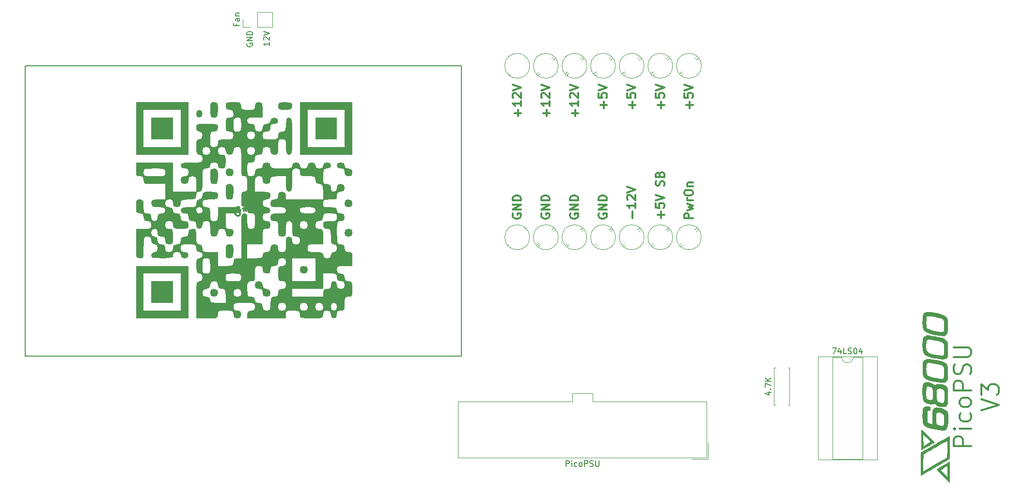
<source format=gto>
G04 #@! TF.GenerationSoftware,KiCad,Pcbnew,(6.0.6)*
G04 #@! TF.CreationDate,2022-12-15T15:42:19-06:00*
G04 #@! TF.ProjectId,X6800 PicoPSU v2,58363830-3020-4506-9963-6f5053552076,rev?*
G04 #@! TF.SameCoordinates,Original*
G04 #@! TF.FileFunction,Legend,Top*
G04 #@! TF.FilePolarity,Positive*
%FSLAX46Y46*%
G04 Gerber Fmt 4.6, Leading zero omitted, Abs format (unit mm)*
G04 Created by KiCad (PCBNEW (6.0.6)) date 2022-12-15 15:42:19*
%MOMM*%
%LPD*%
G01*
G04 APERTURE LIST*
%ADD10C,0.150000*%
%ADD11C,0.375000*%
%ADD12C,0.300000*%
%ADD13C,0.200000*%
%ADD14C,0.120000*%
%ADD15C,0.010000*%
G04 APERTURE END LIST*
D10*
X99804600Y-58089704D02*
X99756980Y-58184942D01*
X99756980Y-58327800D01*
X99804600Y-58470657D01*
X99899838Y-58565895D01*
X99995076Y-58613514D01*
X100185552Y-58661133D01*
X100328409Y-58661133D01*
X100518885Y-58613514D01*
X100614123Y-58565895D01*
X100709361Y-58470657D01*
X100756980Y-58327800D01*
X100756980Y-58232561D01*
X100709361Y-58089704D01*
X100661742Y-58042085D01*
X100328409Y-58042085D01*
X100328409Y-58232561D01*
X100756980Y-57613514D02*
X99756980Y-57613514D01*
X100756980Y-57042085D01*
X99756980Y-57042085D01*
X100756980Y-56565895D02*
X99756980Y-56565895D01*
X99756980Y-56327800D01*
X99804600Y-56184942D01*
X99899838Y-56089704D01*
X99995076Y-56042085D01*
X100185552Y-55994466D01*
X100328409Y-55994466D01*
X100518885Y-56042085D01*
X100614123Y-56089704D01*
X100709361Y-56184942D01*
X100756980Y-56327800D01*
X100756980Y-56565895D01*
X103677980Y-57870647D02*
X103677980Y-58442076D01*
X103677980Y-58156361D02*
X102677980Y-58156361D01*
X102820838Y-58251600D01*
X102916076Y-58346838D01*
X102963695Y-58442076D01*
X102773219Y-57489695D02*
X102725600Y-57442076D01*
X102677980Y-57346838D01*
X102677980Y-57108742D01*
X102725600Y-57013504D01*
X102773219Y-56965885D01*
X102868457Y-56918266D01*
X102963695Y-56918266D01*
X103106552Y-56965885D01*
X103677980Y-57537314D01*
X103677980Y-56918266D01*
X102677980Y-56632552D02*
X103677980Y-56299219D01*
X102677980Y-55965885D01*
D11*
X226272142Y-128530857D02*
X223272142Y-128530857D01*
X223272142Y-127388000D01*
X223415000Y-127102285D01*
X223557857Y-126959428D01*
X223843571Y-126816571D01*
X224272142Y-126816571D01*
X224557857Y-126959428D01*
X224700714Y-127102285D01*
X224843571Y-127388000D01*
X224843571Y-128530857D01*
X226272142Y-125530857D02*
X224272142Y-125530857D01*
X223272142Y-125530857D02*
X223415000Y-125673714D01*
X223557857Y-125530857D01*
X223415000Y-125388000D01*
X223272142Y-125530857D01*
X223557857Y-125530857D01*
X226129285Y-122816571D02*
X226272142Y-123102285D01*
X226272142Y-123673714D01*
X226129285Y-123959428D01*
X225986428Y-124102285D01*
X225700714Y-124245142D01*
X224843571Y-124245142D01*
X224557857Y-124102285D01*
X224415000Y-123959428D01*
X224272142Y-123673714D01*
X224272142Y-123102285D01*
X224415000Y-122816571D01*
X226272142Y-121102285D02*
X226129285Y-121388000D01*
X225986428Y-121530857D01*
X225700714Y-121673714D01*
X224843571Y-121673714D01*
X224557857Y-121530857D01*
X224415000Y-121388000D01*
X224272142Y-121102285D01*
X224272142Y-120673714D01*
X224415000Y-120388000D01*
X224557857Y-120245142D01*
X224843571Y-120102285D01*
X225700714Y-120102285D01*
X225986428Y-120245142D01*
X226129285Y-120388000D01*
X226272142Y-120673714D01*
X226272142Y-121102285D01*
X226272142Y-118816571D02*
X223272142Y-118816571D01*
X223272142Y-117673714D01*
X223415000Y-117388000D01*
X223557857Y-117245142D01*
X223843571Y-117102285D01*
X224272142Y-117102285D01*
X224557857Y-117245142D01*
X224700714Y-117388000D01*
X224843571Y-117673714D01*
X224843571Y-118816571D01*
X226129285Y-115959428D02*
X226272142Y-115530857D01*
X226272142Y-114816571D01*
X226129285Y-114530857D01*
X225986428Y-114388000D01*
X225700714Y-114245142D01*
X225415000Y-114245142D01*
X225129285Y-114388000D01*
X224986428Y-114530857D01*
X224843571Y-114816571D01*
X224700714Y-115388000D01*
X224557857Y-115673714D01*
X224415000Y-115816571D01*
X224129285Y-115959428D01*
X223843571Y-115959428D01*
X223557857Y-115816571D01*
X223415000Y-115673714D01*
X223272142Y-115388000D01*
X223272142Y-114673714D01*
X223415000Y-114245142D01*
X223272142Y-112959428D02*
X225700714Y-112959428D01*
X225986428Y-112816571D01*
X226129285Y-112673714D01*
X226272142Y-112388000D01*
X226272142Y-111816571D01*
X226129285Y-111530857D01*
X225986428Y-111388000D01*
X225700714Y-111245142D01*
X223272142Y-111245142D01*
X228102142Y-122316571D02*
X231102142Y-121316571D01*
X228102142Y-120316571D01*
X228102142Y-119602285D02*
X228102142Y-117745142D01*
X229245000Y-118745142D01*
X229245000Y-118316571D01*
X229387857Y-118030857D01*
X229530714Y-117888000D01*
X229816428Y-117745142D01*
X230530714Y-117745142D01*
X230816428Y-117888000D01*
X230959285Y-118030857D01*
X231102142Y-118316571D01*
X231102142Y-119173714D01*
X230959285Y-119459428D01*
X230816428Y-119602285D01*
D12*
X162107142Y-69409285D02*
X162107142Y-68266428D01*
X162678571Y-68837857D02*
X161535714Y-68837857D01*
X161178571Y-66837857D02*
X161178571Y-67552142D01*
X161892857Y-67623571D01*
X161821428Y-67552142D01*
X161750000Y-67409285D01*
X161750000Y-67052142D01*
X161821428Y-66909285D01*
X161892857Y-66837857D01*
X162035714Y-66766428D01*
X162392857Y-66766428D01*
X162535714Y-66837857D01*
X162607142Y-66909285D01*
X162678571Y-67052142D01*
X162678571Y-67409285D01*
X162607142Y-67552142D01*
X162535714Y-67623571D01*
X161178571Y-66337857D02*
X162678571Y-65837857D01*
X161178571Y-65337857D01*
X147107142Y-70837857D02*
X147107142Y-69695000D01*
X147678571Y-70266428D02*
X146535714Y-70266428D01*
X147678571Y-68195000D02*
X147678571Y-69052142D01*
X147678571Y-68623571D02*
X146178571Y-68623571D01*
X146392857Y-68766428D01*
X146535714Y-68909285D01*
X146607142Y-69052142D01*
X146321428Y-67623571D02*
X146250000Y-67552142D01*
X146178571Y-67409285D01*
X146178571Y-67052142D01*
X146250000Y-66909285D01*
X146321428Y-66837857D01*
X146464285Y-66766428D01*
X146607142Y-66766428D01*
X146821428Y-66837857D01*
X147678571Y-67695000D01*
X147678571Y-66766428D01*
X146178571Y-66337857D02*
X147678571Y-65837857D01*
X146178571Y-65337857D01*
X152107142Y-70837857D02*
X152107142Y-69695000D01*
X152678571Y-70266428D02*
X151535714Y-70266428D01*
X152678571Y-68195000D02*
X152678571Y-69052142D01*
X152678571Y-68623571D02*
X151178571Y-68623571D01*
X151392857Y-68766428D01*
X151535714Y-68909285D01*
X151607142Y-69052142D01*
X151321428Y-67623571D02*
X151250000Y-67552142D01*
X151178571Y-67409285D01*
X151178571Y-67052142D01*
X151250000Y-66909285D01*
X151321428Y-66837857D01*
X151464285Y-66766428D01*
X151607142Y-66766428D01*
X151821428Y-66837857D01*
X152678571Y-67695000D01*
X152678571Y-66766428D01*
X151178571Y-66337857D02*
X152678571Y-65837857D01*
X151178571Y-65337857D01*
X157107142Y-70837857D02*
X157107142Y-69695000D01*
X157678571Y-70266428D02*
X156535714Y-70266428D01*
X157678571Y-68195000D02*
X157678571Y-69052142D01*
X157678571Y-68623571D02*
X156178571Y-68623571D01*
X156392857Y-68766428D01*
X156535714Y-68909285D01*
X156607142Y-69052142D01*
X156321428Y-67623571D02*
X156250000Y-67552142D01*
X156178571Y-67409285D01*
X156178571Y-67052142D01*
X156250000Y-66909285D01*
X156321428Y-66837857D01*
X156464285Y-66766428D01*
X156607142Y-66766428D01*
X156821428Y-66837857D01*
X157678571Y-67695000D01*
X157678571Y-66766428D01*
X156178571Y-66337857D02*
X157678571Y-65837857D01*
X156178571Y-65337857D01*
X167107142Y-69409285D02*
X167107142Y-68266428D01*
X167678571Y-68837857D02*
X166535714Y-68837857D01*
X166178571Y-66837857D02*
X166178571Y-67552142D01*
X166892857Y-67623571D01*
X166821428Y-67552142D01*
X166750000Y-67409285D01*
X166750000Y-67052142D01*
X166821428Y-66909285D01*
X166892857Y-66837857D01*
X167035714Y-66766428D01*
X167392857Y-66766428D01*
X167535714Y-66837857D01*
X167607142Y-66909285D01*
X167678571Y-67052142D01*
X167678571Y-67409285D01*
X167607142Y-67552142D01*
X167535714Y-67623571D01*
X166178571Y-66337857D02*
X167678571Y-65837857D01*
X166178571Y-65337857D01*
X172107142Y-69409285D02*
X172107142Y-68266428D01*
X172678571Y-68837857D02*
X171535714Y-68837857D01*
X171178571Y-66837857D02*
X171178571Y-67552142D01*
X171892857Y-67623571D01*
X171821428Y-67552142D01*
X171750000Y-67409285D01*
X171750000Y-67052142D01*
X171821428Y-66909285D01*
X171892857Y-66837857D01*
X172035714Y-66766428D01*
X172392857Y-66766428D01*
X172535714Y-66837857D01*
X172607142Y-66909285D01*
X172678571Y-67052142D01*
X172678571Y-67409285D01*
X172607142Y-67552142D01*
X172535714Y-67623571D01*
X171178571Y-66337857D02*
X172678571Y-65837857D01*
X171178571Y-65337857D01*
X177107142Y-69409285D02*
X177107142Y-68266428D01*
X177678571Y-68837857D02*
X176535714Y-68837857D01*
X176178571Y-66837857D02*
X176178571Y-67552142D01*
X176892857Y-67623571D01*
X176821428Y-67552142D01*
X176750000Y-67409285D01*
X176750000Y-67052142D01*
X176821428Y-66909285D01*
X176892857Y-66837857D01*
X177035714Y-66766428D01*
X177392857Y-66766428D01*
X177535714Y-66837857D01*
X177607142Y-66909285D01*
X177678571Y-67052142D01*
X177678571Y-67409285D01*
X177607142Y-67552142D01*
X177535714Y-67623571D01*
X176178571Y-66337857D02*
X177678571Y-65837857D01*
X176178571Y-65337857D01*
X146250000Y-87862142D02*
X146178571Y-88005000D01*
X146178571Y-88219285D01*
X146250000Y-88433571D01*
X146392857Y-88576428D01*
X146535714Y-88647857D01*
X146821428Y-88719285D01*
X147035714Y-88719285D01*
X147321428Y-88647857D01*
X147464285Y-88576428D01*
X147607142Y-88433571D01*
X147678571Y-88219285D01*
X147678571Y-88076428D01*
X147607142Y-87862142D01*
X147535714Y-87790714D01*
X147035714Y-87790714D01*
X147035714Y-88076428D01*
X147678571Y-87147857D02*
X146178571Y-87147857D01*
X147678571Y-86290714D01*
X146178571Y-86290714D01*
X147678571Y-85576428D02*
X146178571Y-85576428D01*
X146178571Y-85219285D01*
X146250000Y-85005000D01*
X146392857Y-84862142D01*
X146535714Y-84790714D01*
X146821428Y-84719285D01*
X147035714Y-84719285D01*
X147321428Y-84790714D01*
X147464285Y-84862142D01*
X147607142Y-85005000D01*
X147678571Y-85219285D01*
X147678571Y-85576428D01*
X151250000Y-87862142D02*
X151178571Y-88005000D01*
X151178571Y-88219285D01*
X151250000Y-88433571D01*
X151392857Y-88576428D01*
X151535714Y-88647857D01*
X151821428Y-88719285D01*
X152035714Y-88719285D01*
X152321428Y-88647857D01*
X152464285Y-88576428D01*
X152607142Y-88433571D01*
X152678571Y-88219285D01*
X152678571Y-88076428D01*
X152607142Y-87862142D01*
X152535714Y-87790714D01*
X152035714Y-87790714D01*
X152035714Y-88076428D01*
X152678571Y-87147857D02*
X151178571Y-87147857D01*
X152678571Y-86290714D01*
X151178571Y-86290714D01*
X152678571Y-85576428D02*
X151178571Y-85576428D01*
X151178571Y-85219285D01*
X151250000Y-85005000D01*
X151392857Y-84862142D01*
X151535714Y-84790714D01*
X151821428Y-84719285D01*
X152035714Y-84719285D01*
X152321428Y-84790714D01*
X152464285Y-84862142D01*
X152607142Y-85005000D01*
X152678571Y-85219285D01*
X152678571Y-85576428D01*
X156250000Y-87862142D02*
X156178571Y-88005000D01*
X156178571Y-88219285D01*
X156250000Y-88433571D01*
X156392857Y-88576428D01*
X156535714Y-88647857D01*
X156821428Y-88719285D01*
X157035714Y-88719285D01*
X157321428Y-88647857D01*
X157464285Y-88576428D01*
X157607142Y-88433571D01*
X157678571Y-88219285D01*
X157678571Y-88076428D01*
X157607142Y-87862142D01*
X157535714Y-87790714D01*
X157035714Y-87790714D01*
X157035714Y-88076428D01*
X157678571Y-87147857D02*
X156178571Y-87147857D01*
X157678571Y-86290714D01*
X156178571Y-86290714D01*
X157678571Y-85576428D02*
X156178571Y-85576428D01*
X156178571Y-85219285D01*
X156250000Y-85005000D01*
X156392857Y-84862142D01*
X156535714Y-84790714D01*
X156821428Y-84719285D01*
X157035714Y-84719285D01*
X157321428Y-84790714D01*
X157464285Y-84862142D01*
X157607142Y-85005000D01*
X157678571Y-85219285D01*
X157678571Y-85576428D01*
X161250000Y-87862142D02*
X161178571Y-88005000D01*
X161178571Y-88219285D01*
X161250000Y-88433571D01*
X161392857Y-88576428D01*
X161535714Y-88647857D01*
X161821428Y-88719285D01*
X162035714Y-88719285D01*
X162321428Y-88647857D01*
X162464285Y-88576428D01*
X162607142Y-88433571D01*
X162678571Y-88219285D01*
X162678571Y-88076428D01*
X162607142Y-87862142D01*
X162535714Y-87790714D01*
X162035714Y-87790714D01*
X162035714Y-88076428D01*
X162678571Y-87147857D02*
X161178571Y-87147857D01*
X162678571Y-86290714D01*
X161178571Y-86290714D01*
X162678571Y-85576428D02*
X161178571Y-85576428D01*
X161178571Y-85219285D01*
X161250000Y-85005000D01*
X161392857Y-84862142D01*
X161535714Y-84790714D01*
X161821428Y-84719285D01*
X162035714Y-84719285D01*
X162321428Y-84790714D01*
X162464285Y-84862142D01*
X162607142Y-85005000D01*
X162678571Y-85219285D01*
X162678571Y-85576428D01*
X167107142Y-88647857D02*
X167107142Y-87505000D01*
X167678571Y-86005000D02*
X167678571Y-86862142D01*
X167678571Y-86433571D02*
X166178571Y-86433571D01*
X166392857Y-86576428D01*
X166535714Y-86719285D01*
X166607142Y-86862142D01*
X166321428Y-85433571D02*
X166250000Y-85362142D01*
X166178571Y-85219285D01*
X166178571Y-84862142D01*
X166250000Y-84719285D01*
X166321428Y-84647857D01*
X166464285Y-84576428D01*
X166607142Y-84576428D01*
X166821428Y-84647857D01*
X167678571Y-85505000D01*
X167678571Y-84576428D01*
X166178571Y-84147857D02*
X167678571Y-83647857D01*
X166178571Y-83147857D01*
X172107142Y-88647857D02*
X172107142Y-87505000D01*
X172678571Y-88076428D02*
X171535714Y-88076428D01*
X171178571Y-86076428D02*
X171178571Y-86790714D01*
X171892857Y-86862142D01*
X171821428Y-86790714D01*
X171750000Y-86647857D01*
X171750000Y-86290714D01*
X171821428Y-86147857D01*
X171892857Y-86076428D01*
X172035714Y-86005000D01*
X172392857Y-86005000D01*
X172535714Y-86076428D01*
X172607142Y-86147857D01*
X172678571Y-86290714D01*
X172678571Y-86647857D01*
X172607142Y-86790714D01*
X172535714Y-86862142D01*
X171178571Y-85576428D02*
X172678571Y-85076428D01*
X171178571Y-84576428D01*
X172607142Y-83005000D02*
X172678571Y-82790714D01*
X172678571Y-82433571D01*
X172607142Y-82290714D01*
X172535714Y-82219285D01*
X172392857Y-82147857D01*
X172250000Y-82147857D01*
X172107142Y-82219285D01*
X172035714Y-82290714D01*
X171964285Y-82433571D01*
X171892857Y-82719285D01*
X171821428Y-82862142D01*
X171750000Y-82933571D01*
X171607142Y-83005000D01*
X171464285Y-83005000D01*
X171321428Y-82933571D01*
X171250000Y-82862142D01*
X171178571Y-82719285D01*
X171178571Y-82362142D01*
X171250000Y-82147857D01*
X171892857Y-81005000D02*
X171964285Y-80790714D01*
X172035714Y-80719285D01*
X172178571Y-80647857D01*
X172392857Y-80647857D01*
X172535714Y-80719285D01*
X172607142Y-80790714D01*
X172678571Y-80933571D01*
X172678571Y-81505000D01*
X171178571Y-81505000D01*
X171178571Y-81005000D01*
X171250000Y-80862142D01*
X171321428Y-80790714D01*
X171464285Y-80719285D01*
X171607142Y-80719285D01*
X171750000Y-80790714D01*
X171821428Y-80862142D01*
X171892857Y-81005000D01*
X171892857Y-81505000D01*
X177678571Y-88647857D02*
X176178571Y-88647857D01*
X176178571Y-88076428D01*
X176250000Y-87933571D01*
X176321428Y-87862142D01*
X176464285Y-87790714D01*
X176678571Y-87790714D01*
X176821428Y-87862142D01*
X176892857Y-87933571D01*
X176964285Y-88076428D01*
X176964285Y-88647857D01*
X176678571Y-87290714D02*
X177678571Y-87005000D01*
X176964285Y-86719285D01*
X177678571Y-86433571D01*
X176678571Y-86147857D01*
X177678571Y-85576428D02*
X176678571Y-85576428D01*
X176964285Y-85576428D02*
X176821428Y-85505000D01*
X176750000Y-85433571D01*
X176678571Y-85290714D01*
X176678571Y-85147857D01*
X176178571Y-84362142D02*
X176178571Y-84076428D01*
X176250000Y-83933571D01*
X176392857Y-83790714D01*
X176678571Y-83719285D01*
X177178571Y-83719285D01*
X177464285Y-83790714D01*
X177607142Y-83933571D01*
X177678571Y-84076428D01*
X177678571Y-84362142D01*
X177607142Y-84505000D01*
X177464285Y-84647857D01*
X177178571Y-84719285D01*
X176678571Y-84719285D01*
X176392857Y-84647857D01*
X176250000Y-84505000D01*
X176178571Y-84362142D01*
X176678571Y-83076428D02*
X177678571Y-83076428D01*
X176821428Y-83076428D02*
X176750000Y-83005000D01*
X176678571Y-82862142D01*
X176678571Y-82647857D01*
X176750000Y-82505000D01*
X176892857Y-82433571D01*
X177678571Y-82433571D01*
D13*
X61000000Y-62000000D02*
X61000000Y-112800000D01*
X61000000Y-112800000D02*
X137200000Y-112800000D01*
X137200000Y-62000000D02*
X137200000Y-112800000D01*
X61000000Y-62000000D02*
X137200000Y-62000000D01*
D12*
X98504828Y-86791800D02*
X98359685Y-86719228D01*
X98141971Y-86719228D01*
X97924257Y-86791800D01*
X97779114Y-86936942D01*
X97706542Y-87082085D01*
X97633971Y-87372371D01*
X97633971Y-87590085D01*
X97706542Y-87880371D01*
X97779114Y-88025514D01*
X97924257Y-88170657D01*
X98141971Y-88243228D01*
X98287114Y-88243228D01*
X98504828Y-88170657D01*
X98577400Y-88098085D01*
X98577400Y-87590085D01*
X98287114Y-87590085D01*
X99448257Y-86719228D02*
X99448257Y-87082085D01*
X99085400Y-86936942D02*
X99448257Y-87082085D01*
X99811114Y-86936942D01*
X99230542Y-87372371D02*
X99448257Y-87082085D01*
X99665971Y-87372371D01*
X100609400Y-86719228D02*
X100609400Y-87082085D01*
X100246542Y-86936942D02*
X100609400Y-87082085D01*
X100972257Y-86936942D01*
X100391685Y-87372371D02*
X100609400Y-87082085D01*
X100827114Y-87372371D01*
X101770542Y-86719228D02*
X101770542Y-87082085D01*
X101407685Y-86936942D02*
X101770542Y-87082085D01*
X102133400Y-86936942D01*
X101552828Y-87372371D02*
X101770542Y-87082085D01*
X101988257Y-87372371D01*
D10*
X155519047Y-132102380D02*
X155519047Y-131102380D01*
X155900000Y-131102380D01*
X155995238Y-131150000D01*
X156042857Y-131197619D01*
X156090476Y-131292857D01*
X156090476Y-131435714D01*
X156042857Y-131530952D01*
X155995238Y-131578571D01*
X155900000Y-131626190D01*
X155519047Y-131626190D01*
X156519047Y-132102380D02*
X156519047Y-131435714D01*
X156519047Y-131102380D02*
X156471428Y-131150000D01*
X156519047Y-131197619D01*
X156566666Y-131150000D01*
X156519047Y-131102380D01*
X156519047Y-131197619D01*
X157423809Y-132054761D02*
X157328571Y-132102380D01*
X157138095Y-132102380D01*
X157042857Y-132054761D01*
X156995238Y-132007142D01*
X156947619Y-131911904D01*
X156947619Y-131626190D01*
X156995238Y-131530952D01*
X157042857Y-131483333D01*
X157138095Y-131435714D01*
X157328571Y-131435714D01*
X157423809Y-131483333D01*
X157995238Y-132102380D02*
X157900000Y-132054761D01*
X157852380Y-132007142D01*
X157804761Y-131911904D01*
X157804761Y-131626190D01*
X157852380Y-131530952D01*
X157900000Y-131483333D01*
X157995238Y-131435714D01*
X158138095Y-131435714D01*
X158233333Y-131483333D01*
X158280952Y-131530952D01*
X158328571Y-131626190D01*
X158328571Y-131911904D01*
X158280952Y-132007142D01*
X158233333Y-132054761D01*
X158138095Y-132102380D01*
X157995238Y-132102380D01*
X158757142Y-132102380D02*
X158757142Y-131102380D01*
X159138095Y-131102380D01*
X159233333Y-131150000D01*
X159280952Y-131197619D01*
X159328571Y-131292857D01*
X159328571Y-131435714D01*
X159280952Y-131530952D01*
X159233333Y-131578571D01*
X159138095Y-131626190D01*
X158757142Y-131626190D01*
X159709523Y-132054761D02*
X159852380Y-132102380D01*
X160090476Y-132102380D01*
X160185714Y-132054761D01*
X160233333Y-132007142D01*
X160280952Y-131911904D01*
X160280952Y-131816666D01*
X160233333Y-131721428D01*
X160185714Y-131673809D01*
X160090476Y-131626190D01*
X159900000Y-131578571D01*
X159804761Y-131530952D01*
X159757142Y-131483333D01*
X159709523Y-131388095D01*
X159709523Y-131292857D01*
X159757142Y-131197619D01*
X159804761Y-131150000D01*
X159900000Y-131102380D01*
X160138095Y-131102380D01*
X160280952Y-131150000D01*
X160709523Y-131102380D02*
X160709523Y-131911904D01*
X160757142Y-132007142D01*
X160804761Y-132054761D01*
X160900000Y-132102380D01*
X161090476Y-132102380D01*
X161185714Y-132054761D01*
X161233333Y-132007142D01*
X161280952Y-131911904D01*
X161280952Y-131102380D01*
X202067142Y-111402380D02*
X202733809Y-111402380D01*
X202305238Y-112402380D01*
X203543333Y-111735714D02*
X203543333Y-112402380D01*
X203305238Y-111354761D02*
X203067142Y-112069047D01*
X203686190Y-112069047D01*
X204543333Y-112402380D02*
X204067142Y-112402380D01*
X204067142Y-111402380D01*
X204829047Y-112354761D02*
X204971904Y-112402380D01*
X205210000Y-112402380D01*
X205305238Y-112354761D01*
X205352857Y-112307142D01*
X205400476Y-112211904D01*
X205400476Y-112116666D01*
X205352857Y-112021428D01*
X205305238Y-111973809D01*
X205210000Y-111926190D01*
X205019523Y-111878571D01*
X204924285Y-111830952D01*
X204876666Y-111783333D01*
X204829047Y-111688095D01*
X204829047Y-111592857D01*
X204876666Y-111497619D01*
X204924285Y-111450000D01*
X205019523Y-111402380D01*
X205257619Y-111402380D01*
X205400476Y-111450000D01*
X206019523Y-111402380D02*
X206114761Y-111402380D01*
X206210000Y-111450000D01*
X206257619Y-111497619D01*
X206305238Y-111592857D01*
X206352857Y-111783333D01*
X206352857Y-112021428D01*
X206305238Y-112211904D01*
X206257619Y-112307142D01*
X206210000Y-112354761D01*
X206114761Y-112402380D01*
X206019523Y-112402380D01*
X205924285Y-112354761D01*
X205876666Y-112307142D01*
X205829047Y-112211904D01*
X205781428Y-112021428D01*
X205781428Y-111783333D01*
X205829047Y-111592857D01*
X205876666Y-111497619D01*
X205924285Y-111450000D01*
X206019523Y-111402380D01*
X207210000Y-111735714D02*
X207210000Y-112402380D01*
X206971904Y-111354761D02*
X206733809Y-112069047D01*
X207352857Y-112069047D01*
X190644448Y-119113809D02*
X191311114Y-119113809D01*
X190263495Y-119351904D02*
X190977781Y-119590000D01*
X190977781Y-118970952D01*
X191215876Y-118590000D02*
X191263495Y-118542380D01*
X191311114Y-118590000D01*
X191263495Y-118637619D01*
X191215876Y-118590000D01*
X191311114Y-118590000D01*
X190311114Y-118209047D02*
X190311114Y-117542380D01*
X191311114Y-117970952D01*
X191311114Y-117161428D02*
X190311114Y-117161428D01*
X191311114Y-116590000D02*
X190739686Y-117018571D01*
X190311114Y-116590000D02*
X190882543Y-117161428D01*
X97966671Y-54670864D02*
X97966671Y-55004198D01*
X98490480Y-55004198D02*
X97490480Y-55004198D01*
X97490480Y-54528007D01*
X98490480Y-53718483D02*
X97966671Y-53718483D01*
X97871433Y-53766102D01*
X97823814Y-53861340D01*
X97823814Y-54051817D01*
X97871433Y-54147055D01*
X98442861Y-53718483D02*
X98490480Y-53813721D01*
X98490480Y-54051817D01*
X98442861Y-54147055D01*
X98347623Y-54194674D01*
X98252385Y-54194674D01*
X98157147Y-54147055D01*
X98109528Y-54051817D01*
X98109528Y-53813721D01*
X98061909Y-53718483D01*
X97823814Y-53242293D02*
X98490480Y-53242293D01*
X97919052Y-53242293D02*
X97871433Y-53194674D01*
X97823814Y-53099436D01*
X97823814Y-52956579D01*
X97871433Y-52861340D01*
X97966671Y-52813721D01*
X98490480Y-52813721D01*
G36*
X89579315Y-97011247D02*
G01*
X89579315Y-106198481D01*
X80392081Y-106198481D01*
X80392081Y-104847417D01*
X81743145Y-104847417D01*
X88228251Y-104847417D01*
X88228251Y-98362310D01*
X81743145Y-98362310D01*
X81743145Y-104847417D01*
X80392081Y-104847417D01*
X80392081Y-97011247D01*
X89579315Y-97011247D01*
G37*
G36*
X90961538Y-100669222D02*
G01*
X91022877Y-100112572D01*
X91134623Y-99827649D01*
X91311703Y-99724897D01*
X91470804Y-99713374D01*
X91894586Y-99555049D01*
X92011230Y-99037842D01*
X96064421Y-99037842D01*
X96108226Y-99438764D01*
X96331774Y-99638774D01*
X96873271Y-99706975D01*
X97415485Y-99713374D01*
X98217328Y-99691472D01*
X98617348Y-99579698D01*
X98753751Y-99308949D01*
X98766549Y-99037842D01*
X98722745Y-98636921D01*
X98499196Y-98436911D01*
X97957699Y-98368710D01*
X97415485Y-98362310D01*
X96613642Y-98384212D01*
X96213622Y-98495987D01*
X96077220Y-98766735D01*
X96064421Y-99037842D01*
X92011230Y-99037842D01*
X91884569Y-98508115D01*
X91470804Y-98362310D01*
X91146655Y-98291178D01*
X90984989Y-97989254D01*
X90932691Y-97323746D01*
X90930379Y-97011247D01*
X92011230Y-97011247D01*
X92033132Y-97813089D01*
X92144906Y-98213110D01*
X92415655Y-98349512D01*
X92686762Y-98362310D01*
X93087683Y-98318506D01*
X93287693Y-98094957D01*
X93355894Y-97553460D01*
X93362294Y-97011247D01*
X93340392Y-96209404D01*
X93228617Y-95809383D01*
X92957869Y-95672981D01*
X92686762Y-95660183D01*
X92285840Y-95703987D01*
X92085830Y-95927536D01*
X92017629Y-96469033D01*
X92011230Y-97011247D01*
X90930379Y-97011247D01*
X90958832Y-96200873D01*
X91079601Y-95796709D01*
X91345805Y-95665964D01*
X91470804Y-95660183D01*
X91922413Y-95469113D01*
X92011230Y-95119757D01*
X91820161Y-94668149D01*
X91470804Y-94579332D01*
X91047023Y-94421006D01*
X90930379Y-93903800D01*
X90886574Y-93502878D01*
X90663026Y-93302868D01*
X90121529Y-93234667D01*
X89579315Y-93228268D01*
X88777472Y-93250170D01*
X88377452Y-93361944D01*
X88241049Y-93632693D01*
X88228251Y-93903800D01*
X88339856Y-94418018D01*
X88779293Y-94576479D01*
X88903783Y-94579332D01*
X89433510Y-94705992D01*
X89579315Y-95119757D01*
X89420989Y-95543539D01*
X88903783Y-95660183D01*
X88374056Y-95533522D01*
X88228251Y-95119757D01*
X88069925Y-94695976D01*
X87552719Y-94579332D01*
X87022992Y-94705992D01*
X86877187Y-95119757D01*
X86826156Y-95403767D01*
X86596028Y-95566473D01*
X86071247Y-95640889D01*
X85136260Y-95660032D01*
X84985698Y-95660183D01*
X83991662Y-95645602D01*
X83422193Y-95579851D01*
X83161736Y-95429914D01*
X83094736Y-95162775D01*
X83094209Y-95119757D01*
X83285278Y-94668149D01*
X83634634Y-94579332D01*
X84058415Y-94421006D01*
X84175060Y-93903800D01*
X84048399Y-93374073D01*
X83634634Y-93228268D01*
X83210853Y-93069942D01*
X83094209Y-92552736D01*
X82982604Y-92038518D01*
X82543167Y-91880057D01*
X82418677Y-91877204D01*
X82065748Y-91905019D01*
X81863760Y-92066970D01*
X81770654Y-92480818D01*
X81744375Y-93264325D01*
X81743145Y-93768693D01*
X81733211Y-94756893D01*
X81675371Y-95322460D01*
X81527568Y-95583155D01*
X81247744Y-95656739D01*
X81067613Y-95660183D01*
X80754663Y-95642356D01*
X80557291Y-95521391D01*
X80448858Y-95196059D01*
X80402725Y-94565129D01*
X80392252Y-93527374D01*
X80392081Y-93093161D01*
X80392081Y-91201672D01*
X83094209Y-91201672D01*
X83220869Y-91731399D01*
X83634634Y-91877204D01*
X84058415Y-92035530D01*
X84175060Y-92552736D01*
X84286664Y-93066954D01*
X84726102Y-93225415D01*
X84850592Y-93228268D01*
X85364810Y-93339872D01*
X85523271Y-93779310D01*
X85526123Y-93903800D01*
X85637728Y-94418018D01*
X86077165Y-94576479D01*
X86201655Y-94579332D01*
X86715874Y-94467727D01*
X86874334Y-94028290D01*
X86877187Y-93903800D01*
X86988792Y-93389581D01*
X87428229Y-93231121D01*
X87552719Y-93228268D01*
X88066937Y-93116663D01*
X88225398Y-92677226D01*
X88228251Y-92552736D01*
X88339856Y-92038518D01*
X88779293Y-91880057D01*
X88903783Y-91877204D01*
X89418001Y-91765599D01*
X89576462Y-91326162D01*
X89579315Y-91201672D01*
X89690920Y-90687454D01*
X90130357Y-90528993D01*
X90254847Y-90526140D01*
X90655768Y-90569944D01*
X90855778Y-90793493D01*
X90923980Y-91334990D01*
X90930379Y-91877204D01*
X90958832Y-92687578D01*
X91079601Y-93091741D01*
X91345805Y-93222487D01*
X91470804Y-93228268D01*
X91894586Y-93386593D01*
X92011230Y-93903800D01*
X92055034Y-94304721D01*
X92278583Y-94504731D01*
X92820080Y-94572932D01*
X93362294Y-94579332D01*
X94713357Y-94579332D01*
X94713357Y-97011247D01*
X96064421Y-97011247D01*
X96866264Y-96989344D01*
X97266284Y-96877570D01*
X97402687Y-96606821D01*
X97415485Y-96335715D01*
X97527090Y-95821496D01*
X97966527Y-95663036D01*
X98091017Y-95660183D01*
X98766549Y-95660183D01*
X99847400Y-95660183D01*
X101198464Y-95660183D01*
X102008838Y-95631730D01*
X102413001Y-95510960D01*
X102543747Y-95244757D01*
X102549528Y-95119757D01*
X102707853Y-94695976D01*
X103225060Y-94579332D01*
X103739278Y-94467727D01*
X103897739Y-94028290D01*
X103900592Y-93903800D01*
X104012196Y-93389581D01*
X104451633Y-93231121D01*
X104576123Y-93228268D01*
X105090342Y-93339872D01*
X105248802Y-93779310D01*
X105251655Y-93903800D01*
X105363260Y-94418018D01*
X105802697Y-94576479D01*
X105927187Y-94579332D01*
X106328109Y-94535527D01*
X106528119Y-94311979D01*
X106579529Y-93903800D01*
X110385698Y-93903800D01*
X110429502Y-94304721D01*
X110653051Y-94504731D01*
X111194548Y-94572932D01*
X111736762Y-94579332D01*
X112547136Y-94607784D01*
X112951299Y-94728554D01*
X113082044Y-94994757D01*
X113087826Y-95119757D01*
X113246151Y-95543539D01*
X113763357Y-95660183D01*
X114293084Y-95533522D01*
X114438889Y-95119757D01*
X114629959Y-94668149D01*
X114979315Y-94579332D01*
X115403096Y-94421006D01*
X115519740Y-93903800D01*
X115393080Y-93374073D01*
X114979315Y-93228268D01*
X114655165Y-93157136D01*
X114493500Y-92855211D01*
X114441202Y-92189703D01*
X114438889Y-91877204D01*
X114416987Y-91075361D01*
X114305213Y-90675341D01*
X114034464Y-90538939D01*
X113763357Y-90526140D01*
X113249139Y-90414536D01*
X113090678Y-89975098D01*
X113087826Y-89850608D01*
X113138224Y-89433752D01*
X113385954Y-89236249D01*
X113975813Y-89177656D01*
X114303783Y-89175076D01*
X115054125Y-89147077D01*
X115409630Y-89009450D01*
X115515096Y-88681750D01*
X115519740Y-88499544D01*
X115469342Y-88082688D01*
X115221612Y-87885185D01*
X114631753Y-87826593D01*
X114303783Y-87824012D01*
X113553441Y-87852012D01*
X113197936Y-87989639D01*
X113092470Y-88317339D01*
X113087826Y-88499544D01*
X112976221Y-89013763D01*
X112536784Y-89172223D01*
X112412294Y-89175076D01*
X111898075Y-89286681D01*
X111739615Y-89726118D01*
X111736762Y-89850608D01*
X111848366Y-90364827D01*
X112287804Y-90523287D01*
X112412294Y-90526140D01*
X112813215Y-90569944D01*
X113013225Y-90793493D01*
X113081426Y-91334990D01*
X113087826Y-91877204D01*
X113087826Y-93228268D01*
X111736762Y-93228268D01*
X110934919Y-93250170D01*
X110534899Y-93361944D01*
X110398496Y-93632693D01*
X110385698Y-93903800D01*
X106579529Y-93903800D01*
X106596320Y-93770481D01*
X106602719Y-93228268D01*
X106631172Y-92417894D01*
X106751942Y-92013730D01*
X107018145Y-91882985D01*
X107143145Y-91877204D01*
X107566926Y-92035530D01*
X107683570Y-92552736D01*
X107795175Y-93066954D01*
X108234612Y-93225415D01*
X108359102Y-93228268D01*
X108873320Y-93116663D01*
X109031781Y-92677226D01*
X109034634Y-92552736D01*
X108923029Y-92038518D01*
X108483592Y-91880057D01*
X108359102Y-91877204D01*
X107958181Y-91833400D01*
X107758171Y-91609851D01*
X107689969Y-91068354D01*
X107683570Y-90526140D01*
X107659851Y-89850608D01*
X109034634Y-89850608D01*
X109146239Y-90364827D01*
X109585676Y-90523287D01*
X109710166Y-90526140D01*
X110224384Y-90414536D01*
X110382845Y-89975098D01*
X110385698Y-89850608D01*
X110274093Y-89336390D01*
X109834656Y-89177929D01*
X109710166Y-89175076D01*
X109195948Y-89286681D01*
X109037487Y-89726118D01*
X109034634Y-89850608D01*
X107659851Y-89850608D01*
X107655117Y-89715766D01*
X107534348Y-89311603D01*
X107268144Y-89180857D01*
X107143145Y-89175076D01*
X106818995Y-89246208D01*
X106657330Y-89548133D01*
X106605032Y-90213641D01*
X106602719Y-90526140D01*
X106580817Y-91327983D01*
X106469043Y-91728003D01*
X106198294Y-91864406D01*
X105927187Y-91877204D01*
X105526266Y-91833400D01*
X105326256Y-91609851D01*
X105258055Y-91068354D01*
X105251655Y-90526140D01*
X105229753Y-89724297D01*
X105117979Y-89324277D01*
X104847230Y-89187875D01*
X104576123Y-89175076D01*
X104061905Y-89063472D01*
X103903444Y-88624034D01*
X103900592Y-88499544D01*
X103944396Y-88098623D01*
X104167944Y-87898613D01*
X104709442Y-87830412D01*
X105251655Y-87824012D01*
X106062029Y-87795560D01*
X106466193Y-87674790D01*
X106596938Y-87408587D01*
X106602719Y-87283587D01*
X109034634Y-87283587D01*
X109105766Y-87607736D01*
X109407690Y-87769402D01*
X110073198Y-87821700D01*
X110385698Y-87824012D01*
X111196072Y-87795560D01*
X111600235Y-87674790D01*
X111730981Y-87408587D01*
X111736762Y-87283587D01*
X111665630Y-86959437D01*
X111363705Y-86797772D01*
X110698197Y-86745474D01*
X110385698Y-86743161D01*
X109575324Y-86771614D01*
X109171160Y-86892384D01*
X109040415Y-87158587D01*
X109034634Y-87283587D01*
X106602719Y-87283587D01*
X106531587Y-86959437D01*
X106229663Y-86797772D01*
X105564155Y-86745474D01*
X105251655Y-86743161D01*
X104449813Y-86721259D01*
X104049792Y-86609485D01*
X103913390Y-86338736D01*
X103900592Y-86067630D01*
X104012196Y-85553411D01*
X104451633Y-85394950D01*
X104576123Y-85392098D01*
X105090342Y-85280493D01*
X105248802Y-84841056D01*
X105251655Y-84716566D01*
X105363260Y-84202347D01*
X105802697Y-84043887D01*
X105927187Y-84041034D01*
X106441406Y-84152638D01*
X106599866Y-84592076D01*
X106602719Y-84716566D01*
X106602719Y-85392098D01*
X113087826Y-85392098D01*
X113087826Y-84041034D01*
X113065923Y-83239191D01*
X112954149Y-82839171D01*
X112683400Y-82702768D01*
X112412294Y-82689970D01*
X111898075Y-82578365D01*
X111739615Y-82138928D01*
X111736762Y-82014438D01*
X111692957Y-81613517D01*
X111469409Y-81413506D01*
X110927912Y-81345305D01*
X110385698Y-81338906D01*
X109583855Y-81317004D01*
X109183835Y-81205230D01*
X109047432Y-80934481D01*
X109034634Y-80663374D01*
X108923029Y-80149156D01*
X108483592Y-79990695D01*
X108359102Y-79987842D01*
X108015498Y-80013099D01*
X107814086Y-80164758D01*
X107716919Y-80556657D01*
X107686054Y-81302629D01*
X107683570Y-82014438D01*
X107670806Y-83050611D01*
X107612604Y-83658576D01*
X107479098Y-83950326D01*
X107240425Y-84037855D01*
X107143145Y-84041034D01*
X106818995Y-83969902D01*
X106657330Y-83667977D01*
X106605032Y-83002469D01*
X106602719Y-82689970D01*
X106602719Y-81338906D01*
X105251655Y-81338906D01*
X104449813Y-81360808D01*
X104049792Y-81472583D01*
X103913390Y-81743331D01*
X103900592Y-82014438D01*
X103788987Y-82528656D01*
X103349550Y-82687117D01*
X103225060Y-82689970D01*
X102710841Y-82578365D01*
X102552381Y-82138928D01*
X102549528Y-82014438D01*
X102437923Y-81500220D01*
X101998486Y-81341759D01*
X101873996Y-81338906D01*
X101473074Y-81382710D01*
X101273064Y-81606259D01*
X101204863Y-82147756D01*
X101198464Y-82689970D01*
X101198464Y-84041034D01*
X102549528Y-84041034D01*
X103351370Y-84062936D01*
X103751391Y-84174710D01*
X103887793Y-84445459D01*
X103900592Y-84716566D01*
X103788987Y-85230784D01*
X103349550Y-85389245D01*
X103225060Y-85392098D01*
X102710841Y-85503702D01*
X102552381Y-85943140D01*
X102549528Y-86067630D01*
X102661132Y-86581848D01*
X103100570Y-86740309D01*
X103225060Y-86743161D01*
X103754786Y-86869822D01*
X103900592Y-87283587D01*
X103742266Y-87707368D01*
X103225060Y-87824012D01*
X102710841Y-87935617D01*
X102552381Y-88375054D01*
X102549528Y-88499544D01*
X102661132Y-89013763D01*
X103100570Y-89172223D01*
X103225060Y-89175076D01*
X103739278Y-89286681D01*
X103897739Y-89726118D01*
X103900592Y-89850608D01*
X103788987Y-90364827D01*
X103349550Y-90523287D01*
X103225060Y-90526140D01*
X102824138Y-90569944D01*
X102624128Y-90793493D01*
X102555927Y-91334990D01*
X102549528Y-91877204D01*
X102549528Y-93228268D01*
X99847400Y-93228268D01*
X99847400Y-95660183D01*
X98766549Y-95660183D01*
X98766549Y-91742098D01*
X98770313Y-90214472D01*
X98789110Y-89145627D01*
X98834200Y-88453932D01*
X98916843Y-88057757D01*
X99048298Y-87875469D01*
X99239824Y-87825438D01*
X99306974Y-87824012D01*
X99631124Y-87895145D01*
X99792789Y-88197069D01*
X99845088Y-88862577D01*
X99847400Y-89175076D01*
X99869302Y-89976919D01*
X99981076Y-90376940D01*
X100251825Y-90513342D01*
X100522932Y-90526140D01*
X100923853Y-90482336D01*
X101123864Y-90258787D01*
X101192065Y-89717290D01*
X101198464Y-89175076D01*
X101176562Y-88373234D01*
X101064787Y-87973213D01*
X100794039Y-87836811D01*
X100522932Y-87824012D01*
X99993205Y-87697352D01*
X99847400Y-87283587D01*
X99656331Y-86831978D01*
X99306974Y-86743161D01*
X98982825Y-86672029D01*
X98821159Y-86370105D01*
X98768861Y-85704597D01*
X98766549Y-85392098D01*
X98795002Y-84581724D01*
X98915771Y-84177560D01*
X99181975Y-84046815D01*
X99306974Y-84041034D01*
X99631124Y-83969902D01*
X99792789Y-83667977D01*
X99845088Y-83002469D01*
X99847400Y-82689970D01*
X99818947Y-81879596D01*
X99698177Y-81475432D01*
X99431974Y-81344687D01*
X99306974Y-81338906D01*
X99055796Y-81300143D01*
X98897271Y-81117023D01*
X98810293Y-80689298D01*
X98773757Y-79916722D01*
X98766549Y-78771885D01*
X98761858Y-77582676D01*
X98732051Y-76880395D01*
X99847400Y-76880395D01*
X99959005Y-77394614D01*
X100398442Y-77553075D01*
X100522932Y-77555927D01*
X101037150Y-77444323D01*
X101195611Y-77004885D01*
X101198464Y-76880395D01*
X101086859Y-76366177D01*
X100647422Y-76207716D01*
X100522932Y-76204864D01*
X100008714Y-76316468D01*
X99850253Y-76755906D01*
X99847400Y-76880395D01*
X98732051Y-76880395D01*
X98730025Y-76832663D01*
X98644411Y-76420618D01*
X98478377Y-76245311D01*
X98205284Y-76205513D01*
X98091017Y-76204864D01*
X97576799Y-76316468D01*
X97418338Y-76755906D01*
X97415485Y-76880395D01*
X97303880Y-77394614D01*
X96864443Y-77553075D01*
X96739953Y-77555927D01*
X96225735Y-77444323D01*
X96067274Y-77004885D01*
X96064421Y-76880395D01*
X95952817Y-76366177D01*
X95513379Y-76207716D01*
X95388889Y-76204864D01*
X94874671Y-76316468D01*
X94716210Y-76755906D01*
X94713357Y-76880395D01*
X94824962Y-77394614D01*
X95264399Y-77553075D01*
X95388889Y-77555927D01*
X95805746Y-77606326D01*
X96003249Y-77854055D01*
X96061841Y-78443915D01*
X96064421Y-78771885D01*
X96036422Y-79522227D01*
X95898795Y-79877732D01*
X95571095Y-79983198D01*
X95388889Y-79987842D01*
X94859163Y-79861182D01*
X94713357Y-79447417D01*
X94555032Y-79023635D01*
X94037826Y-78906991D01*
X93508099Y-79033652D01*
X93362294Y-79447417D01*
X93203968Y-79871198D01*
X92686762Y-79987842D01*
X92343158Y-80013099D01*
X92141745Y-80164758D01*
X92044579Y-80556657D01*
X92013713Y-81302629D01*
X92011230Y-82014438D01*
X91998466Y-83050611D01*
X91940263Y-83658576D01*
X91806758Y-83950326D01*
X91568084Y-84037855D01*
X91470804Y-84041034D01*
X91047023Y-84199359D01*
X90930379Y-84716566D01*
X90886574Y-85117487D01*
X90663026Y-85317497D01*
X90121529Y-85385698D01*
X89579315Y-85392098D01*
X88777472Y-85414000D01*
X88377452Y-85525774D01*
X88241049Y-85796523D01*
X88228251Y-86067630D01*
X88116646Y-86581848D01*
X87677209Y-86740309D01*
X87552719Y-86743161D01*
X87038501Y-86631557D01*
X86880040Y-86192119D01*
X86877187Y-86067630D01*
X86765583Y-85553411D01*
X86326145Y-85394950D01*
X86201655Y-85392098D01*
X85687437Y-85503702D01*
X85528976Y-85943140D01*
X85526123Y-86067630D01*
X85637728Y-86581848D01*
X86077165Y-86740309D01*
X86201655Y-86743161D01*
X86731382Y-86869822D01*
X86877187Y-87283587D01*
X87035513Y-87707368D01*
X87552719Y-87824012D01*
X88066937Y-87935617D01*
X88225398Y-88375054D01*
X88228251Y-88499544D01*
X88339856Y-89013763D01*
X88779293Y-89172223D01*
X88903783Y-89175076D01*
X89418001Y-89286681D01*
X89576462Y-89726118D01*
X89579315Y-89850608D01*
X89535511Y-90251530D01*
X89311962Y-90451540D01*
X88770465Y-90519741D01*
X88228251Y-90526140D01*
X87426408Y-90504238D01*
X87026388Y-90392464D01*
X86889986Y-90121715D01*
X86877187Y-89850608D01*
X86765583Y-89336390D01*
X86326145Y-89177929D01*
X86201655Y-89175076D01*
X85687437Y-89286681D01*
X85528976Y-89726118D01*
X85526123Y-89850608D01*
X85637728Y-90364827D01*
X86077165Y-90523287D01*
X86201655Y-90526140D01*
X86602577Y-90569944D01*
X86802587Y-90793493D01*
X86870788Y-91334990D01*
X86877187Y-91877204D01*
X86855285Y-92679047D01*
X86743511Y-93079067D01*
X86472762Y-93215469D01*
X86201655Y-93228268D01*
X85687437Y-93116663D01*
X85528976Y-92677226D01*
X85526123Y-92552736D01*
X85414519Y-92038518D01*
X84975081Y-91880057D01*
X84850592Y-91877204D01*
X84336373Y-91765599D01*
X84177912Y-91326162D01*
X84175060Y-91201672D01*
X84048399Y-90671945D01*
X83634634Y-90526140D01*
X83210853Y-90684466D01*
X83094209Y-91201672D01*
X80392081Y-91201672D01*
X80392081Y-90526140D01*
X81743145Y-90526140D01*
X82544987Y-90504238D01*
X82945008Y-90392464D01*
X83081410Y-90121715D01*
X83094209Y-89850608D01*
X82982604Y-89336390D01*
X82543167Y-89177929D01*
X82418677Y-89175076D01*
X81904458Y-89063472D01*
X81745998Y-88624034D01*
X81743145Y-88499544D01*
X81631540Y-87985326D01*
X81192103Y-87826865D01*
X81067613Y-87824012D01*
X80650756Y-87773614D01*
X80453254Y-87525884D01*
X80394661Y-86936025D01*
X80392081Y-86608055D01*
X80420080Y-85857713D01*
X80557708Y-85502208D01*
X80885407Y-85396742D01*
X81067613Y-85392098D01*
X81484469Y-85442496D01*
X81681972Y-85690226D01*
X81740565Y-86280085D01*
X81743145Y-86608055D01*
X81771144Y-87358397D01*
X81908771Y-87713902D01*
X82236471Y-87819368D01*
X82418677Y-87824012D01*
X82932895Y-87935617D01*
X83091356Y-88375054D01*
X83094209Y-88499544D01*
X83220869Y-89029271D01*
X83634634Y-89175076D01*
X84058415Y-89016751D01*
X84175060Y-88499544D01*
X84286664Y-87985326D01*
X84726102Y-87826865D01*
X84850592Y-87824012D01*
X85380318Y-87697352D01*
X85526123Y-87283587D01*
X85446564Y-86945864D01*
X85116203Y-86786164D01*
X84397518Y-86743368D01*
X84310166Y-86743161D01*
X83559824Y-86715162D01*
X83204319Y-86577535D01*
X83098853Y-86249835D01*
X83094209Y-86067630D01*
X83144607Y-85650773D01*
X83392337Y-85453270D01*
X83982196Y-85394678D01*
X84310166Y-85392098D01*
X85526123Y-85392098D01*
X85526123Y-82689970D01*
X83634634Y-82689970D01*
X82646434Y-82680036D01*
X82080867Y-82622196D01*
X81820172Y-82474393D01*
X81746588Y-82194570D01*
X81743145Y-82014438D01*
X81631540Y-81500220D01*
X81192103Y-81341759D01*
X81067613Y-81338906D01*
X80650756Y-81288507D01*
X80453254Y-81040778D01*
X80415765Y-80663374D01*
X81743145Y-80663374D01*
X81770959Y-81016303D01*
X81932910Y-81218291D01*
X82346759Y-81311396D01*
X83130266Y-81337676D01*
X83634634Y-81338906D01*
X84622834Y-81328972D01*
X85188401Y-81271133D01*
X85449096Y-81123330D01*
X85522680Y-80843506D01*
X85526123Y-80663374D01*
X85498309Y-80310446D01*
X85336358Y-80108457D01*
X84922509Y-80015352D01*
X84139002Y-79989072D01*
X83634634Y-79987842D01*
X82646434Y-79997776D01*
X82080867Y-80055616D01*
X81820172Y-80203419D01*
X81746588Y-80483243D01*
X81743145Y-80663374D01*
X80415765Y-80663374D01*
X80394661Y-80450919D01*
X80392081Y-80122949D01*
X80392081Y-78906991D01*
X86877187Y-78906991D01*
X86877187Y-84041034D01*
X90930379Y-84041034D01*
X90930379Y-82689970D01*
X90908477Y-81888127D01*
X90796702Y-81488107D01*
X90525954Y-81351705D01*
X90254847Y-81338906D01*
X89740629Y-81450511D01*
X89582168Y-81889948D01*
X89579315Y-82014438D01*
X89467710Y-82528656D01*
X89028273Y-82687117D01*
X88903783Y-82689970D01*
X88389565Y-82578365D01*
X88231104Y-82138928D01*
X88228251Y-82014438D01*
X88339856Y-81500220D01*
X88779293Y-81341759D01*
X88903783Y-81338906D01*
X89418001Y-81227301D01*
X89576462Y-80787864D01*
X89579315Y-80663374D01*
X89467710Y-80149156D01*
X89028273Y-79990695D01*
X88903783Y-79987842D01*
X88374056Y-79861182D01*
X88228251Y-79447417D01*
X88279282Y-79163407D01*
X88509411Y-79000701D01*
X89034191Y-78926285D01*
X89969178Y-78907142D01*
X90119740Y-78906991D01*
X91107940Y-78897057D01*
X91673507Y-78839218D01*
X91934202Y-78691415D01*
X92007786Y-78411591D01*
X92011230Y-78231459D01*
X91884569Y-77701733D01*
X91470804Y-77555927D01*
X91146655Y-77484795D01*
X90984989Y-77182871D01*
X90961219Y-76880395D01*
X92011230Y-76880395D01*
X92122834Y-77394614D01*
X92562272Y-77553075D01*
X92686762Y-77555927D01*
X93200980Y-77444323D01*
X93359441Y-77004885D01*
X93362294Y-76880395D01*
X93250689Y-76366177D01*
X92811252Y-76207716D01*
X92686762Y-76204864D01*
X92172543Y-76316468D01*
X92014083Y-76755906D01*
X92011230Y-76880395D01*
X90961219Y-76880395D01*
X90932691Y-76517363D01*
X90930379Y-76204864D01*
X90958832Y-75394490D01*
X91079601Y-74990326D01*
X91345805Y-74859581D01*
X91470804Y-74853800D01*
X91894586Y-74695474D01*
X92011230Y-74178268D01*
X91884569Y-73648541D01*
X91470804Y-73502736D01*
X91047023Y-73344410D01*
X90930379Y-72827204D01*
X90958193Y-72474275D01*
X91120144Y-72272287D01*
X91533993Y-72179182D01*
X92317500Y-72152902D01*
X92821868Y-72151672D01*
X93810068Y-72161606D01*
X94375635Y-72219446D01*
X94636330Y-72367249D01*
X94709914Y-72647072D01*
X94713357Y-72827204D01*
X94601753Y-73341422D01*
X94162315Y-73499883D01*
X94037826Y-73502736D01*
X93636904Y-73546540D01*
X93436894Y-73770089D01*
X93368693Y-74311586D01*
X93362294Y-74853800D01*
X93384196Y-75655642D01*
X93495970Y-76055663D01*
X93766719Y-76192065D01*
X94037826Y-76204864D01*
X94552044Y-76093259D01*
X94710505Y-75653822D01*
X94713357Y-75529332D01*
X94757162Y-75128410D01*
X94980710Y-74928400D01*
X95522208Y-74860199D01*
X96064421Y-74853800D01*
X96866264Y-74831898D01*
X97266284Y-74720123D01*
X97402687Y-74449375D01*
X97415485Y-74178268D01*
X99847400Y-74178268D01*
X99959005Y-74692486D01*
X100398442Y-74850947D01*
X100522932Y-74853800D01*
X101037150Y-74742195D01*
X101195611Y-74302758D01*
X101198464Y-74178268D01*
X101086859Y-73664050D01*
X100647422Y-73505589D01*
X100522932Y-73502736D01*
X100008714Y-73614341D01*
X99850253Y-74053778D01*
X99847400Y-74178268D01*
X97415485Y-74178268D01*
X97303880Y-73664050D01*
X96864443Y-73505589D01*
X96739953Y-73502736D01*
X96323096Y-73452337D01*
X96125594Y-73204608D01*
X96067001Y-72614748D01*
X96064421Y-72286778D01*
X97415485Y-72286778D01*
X97443484Y-73037121D01*
X97581112Y-73392625D01*
X97908811Y-73498092D01*
X98091017Y-73502736D01*
X98507874Y-73452337D01*
X98705376Y-73204608D01*
X98763969Y-72614748D01*
X98766549Y-72286778D01*
X98738550Y-71536436D01*
X98600922Y-71180932D01*
X98273223Y-71075465D01*
X98091017Y-71070821D01*
X97674160Y-71121220D01*
X97476658Y-71368949D01*
X97418065Y-71958808D01*
X97415485Y-72286778D01*
X96064421Y-72286778D01*
X96092421Y-71536436D01*
X96230048Y-71180932D01*
X96557748Y-71075465D01*
X96739953Y-71070821D01*
X97254171Y-70959216D01*
X97412632Y-70519779D01*
X97415485Y-70395289D01*
X97303880Y-69881071D01*
X96864443Y-69722610D01*
X96739953Y-69719757D01*
X96225735Y-69608153D01*
X96067274Y-69168715D01*
X96064421Y-69044225D01*
X96108226Y-68643304D01*
X96331774Y-68443294D01*
X96873271Y-68375093D01*
X97415485Y-68368693D01*
X98217328Y-68390595D01*
X98617348Y-68502370D01*
X98753751Y-68773118D01*
X98766549Y-69044225D01*
X98816948Y-69461082D01*
X99064677Y-69658585D01*
X99654536Y-69717177D01*
X99982506Y-69719757D01*
X100732848Y-69691758D01*
X101088353Y-69554130D01*
X101193820Y-69226431D01*
X101198464Y-69044225D01*
X101310068Y-68530007D01*
X101749506Y-68371546D01*
X101873996Y-68368693D01*
X102274917Y-68412498D01*
X102474927Y-68636046D01*
X102543128Y-69177543D01*
X102549528Y-69719757D01*
X102549528Y-71070821D01*
X101198464Y-71070821D01*
X100388090Y-71099274D01*
X99983926Y-71220044D01*
X99853181Y-71486247D01*
X99847400Y-71611247D01*
X100005726Y-72035028D01*
X100522932Y-72151672D01*
X101037150Y-72263277D01*
X101195611Y-72702714D01*
X101198464Y-72827204D01*
X101310068Y-73341422D01*
X101749506Y-73499883D01*
X101873996Y-73502736D01*
X102388214Y-73391131D01*
X102546675Y-72951694D01*
X102549528Y-72827204D01*
X102661132Y-72312986D01*
X103100570Y-72154525D01*
X103225060Y-72151672D01*
X103754786Y-72025012D01*
X103900592Y-71611247D01*
X104058917Y-71187465D01*
X104576123Y-71070821D01*
X105105850Y-71197482D01*
X105251655Y-71611247D01*
X105093330Y-72035028D01*
X104576123Y-72151672D01*
X104061905Y-72263277D01*
X103903444Y-72702714D01*
X103900592Y-72827204D01*
X103788987Y-73341422D01*
X103349550Y-73499883D01*
X103225060Y-73502736D01*
X102710841Y-73614341D01*
X102552381Y-74053778D01*
X102549528Y-74178268D01*
X102593332Y-74579189D01*
X102816881Y-74779199D01*
X103358378Y-74847401D01*
X103900592Y-74853800D01*
X104702434Y-74831898D01*
X105102455Y-74720123D01*
X105238857Y-74449375D01*
X105251655Y-74178268D01*
X105363260Y-73664050D01*
X105802697Y-73505589D01*
X105927187Y-73502736D01*
X106344044Y-73452337D01*
X106541547Y-73204608D01*
X106600139Y-72614748D01*
X106602719Y-72286778D01*
X106638079Y-71526901D01*
X106784906Y-71167578D01*
X107104321Y-71071285D01*
X107143145Y-71070821D01*
X107371273Y-71102634D01*
X107524262Y-71257779D01*
X107617037Y-71625811D01*
X107664524Y-72296288D01*
X107681650Y-73358765D01*
X107683570Y-74313374D01*
X107678268Y-75682147D01*
X107652411Y-76600080D01*
X107591072Y-77156730D01*
X107479326Y-77441652D01*
X107302246Y-77544405D01*
X107143145Y-77555927D01*
X106818995Y-77484795D01*
X106657330Y-77182871D01*
X106605032Y-76517363D01*
X106602719Y-76204864D01*
X106580817Y-75403021D01*
X106469043Y-75003000D01*
X106198294Y-74866598D01*
X105927187Y-74853800D01*
X105526266Y-74897604D01*
X105326256Y-75121153D01*
X105258055Y-75662650D01*
X105251655Y-76204864D01*
X105229753Y-77006706D01*
X105117979Y-77406727D01*
X104847230Y-77543129D01*
X104576123Y-77555927D01*
X104061905Y-77444323D01*
X103903444Y-77004885D01*
X103900592Y-76880395D01*
X103788987Y-76366177D01*
X103349550Y-76207716D01*
X103225060Y-76204864D01*
X102710841Y-76316468D01*
X102552381Y-76755906D01*
X102549528Y-76880395D01*
X102437923Y-77394614D01*
X101998486Y-77553075D01*
X101873996Y-77555927D01*
X101359777Y-77667532D01*
X101201317Y-78106969D01*
X101198464Y-78231459D01*
X101086859Y-78745678D01*
X100647422Y-78904138D01*
X100522932Y-78906991D01*
X100106075Y-78957390D01*
X99908573Y-79205119D01*
X99849980Y-79794979D01*
X99847400Y-80122949D01*
X99875399Y-80873291D01*
X100013027Y-81228795D01*
X100340726Y-81334262D01*
X100522932Y-81338906D01*
X101037150Y-81227301D01*
X101195611Y-80787864D01*
X101198464Y-80663374D01*
X101310068Y-80149156D01*
X101749506Y-79990695D01*
X101873996Y-79987842D01*
X102403723Y-79861182D01*
X102549528Y-79447417D01*
X102707853Y-79023635D01*
X103225060Y-78906991D01*
X103754786Y-79033652D01*
X103900592Y-79447417D01*
X103951622Y-79731427D01*
X104181751Y-79894132D01*
X104706532Y-79968549D01*
X105641519Y-79987692D01*
X105792081Y-79987842D01*
X106786116Y-79973262D01*
X107355586Y-79907511D01*
X107616043Y-79757574D01*
X107683043Y-79490434D01*
X107683570Y-79447417D01*
X107841896Y-79023635D01*
X108359102Y-78906991D01*
X108888829Y-79033652D01*
X109034634Y-79447417D01*
X109192960Y-79871198D01*
X109710166Y-79987842D01*
X110239893Y-79861182D01*
X110385698Y-79447417D01*
X110544024Y-79023635D01*
X111061230Y-78906991D01*
X111590957Y-79033652D01*
X111736762Y-79447417D01*
X111895087Y-79871198D01*
X112412294Y-79987842D01*
X112942020Y-79861182D01*
X113087826Y-79447417D01*
X113246151Y-79023635D01*
X113763357Y-78906991D01*
X114293084Y-79033652D01*
X114438889Y-79447417D01*
X114280564Y-79871198D01*
X113763357Y-79987842D01*
X113362436Y-80031647D01*
X113162426Y-80255195D01*
X113094225Y-80796692D01*
X113087826Y-81338906D01*
X113109728Y-82140749D01*
X113221502Y-82540769D01*
X113492251Y-82677172D01*
X113763357Y-82689970D01*
X114277576Y-82801575D01*
X114436037Y-83241012D01*
X114438889Y-83365502D01*
X114565550Y-83895229D01*
X114979315Y-84041034D01*
X115403096Y-83882708D01*
X115519740Y-83365502D01*
X115631345Y-82851284D01*
X116070782Y-82692823D01*
X116195272Y-82689970D01*
X116709491Y-82801575D01*
X116867951Y-83241012D01*
X116870804Y-83365502D01*
X116759200Y-83879720D01*
X116319762Y-84038181D01*
X116195272Y-84041034D01*
X115681054Y-84152638D01*
X115522593Y-84592076D01*
X115519740Y-84716566D01*
X115469342Y-85133422D01*
X115221612Y-85330925D01*
X114631753Y-85389518D01*
X114303783Y-85392098D01*
X113553441Y-85420097D01*
X113197936Y-85557724D01*
X113092470Y-85885424D01*
X113087826Y-86067630D01*
X113138224Y-86484486D01*
X113385954Y-86681989D01*
X113975813Y-86740581D01*
X114303783Y-86743161D01*
X115063660Y-86778521D01*
X115422984Y-86925348D01*
X115519276Y-87244764D01*
X115519740Y-87283587D01*
X115678066Y-87707368D01*
X116195272Y-87824012D01*
X116709491Y-87935617D01*
X116867951Y-88375054D01*
X116870804Y-88499544D01*
X116759200Y-89013763D01*
X116319762Y-89172223D01*
X116195272Y-89175076D01*
X115851669Y-89200333D01*
X115650256Y-89351992D01*
X115553089Y-89743891D01*
X115522224Y-90489863D01*
X115519740Y-91201672D01*
X115528159Y-92232484D01*
X115578712Y-92836721D01*
X115709345Y-93128221D01*
X115958003Y-93220818D01*
X116195272Y-93228268D01*
X116709491Y-93339872D01*
X116867951Y-93779310D01*
X116870804Y-93903800D01*
X116982409Y-94418018D01*
X117421846Y-94576479D01*
X117546336Y-94579332D01*
X117963193Y-94629730D01*
X118160695Y-94877460D01*
X118219288Y-95467319D01*
X118221868Y-95795289D01*
X118221868Y-97011247D01*
X116870804Y-97011247D01*
X116068962Y-97033149D01*
X115668941Y-97144923D01*
X115532539Y-97415672D01*
X115519740Y-97686778D01*
X115631345Y-98200997D01*
X116070782Y-98359457D01*
X116195272Y-98362310D01*
X116709491Y-98473915D01*
X116867951Y-98913352D01*
X116870804Y-99037842D01*
X116982409Y-99552061D01*
X117421846Y-99710521D01*
X117546336Y-99713374D01*
X117947258Y-99757178D01*
X118147268Y-99980727D01*
X118215469Y-100522224D01*
X118221868Y-101064438D01*
X118199966Y-101866281D01*
X118088192Y-102266301D01*
X117817443Y-102402703D01*
X117546336Y-102415502D01*
X117129479Y-102465901D01*
X116931977Y-102713630D01*
X116873384Y-103303489D01*
X116870804Y-103631459D01*
X116842805Y-104381801D01*
X116705178Y-104737306D01*
X116377478Y-104842773D01*
X116195272Y-104847417D01*
X115681054Y-104959021D01*
X115522593Y-105398459D01*
X115519740Y-105522949D01*
X115393080Y-106052675D01*
X114979315Y-106198481D01*
X114555533Y-106040155D01*
X114438889Y-105522949D01*
X114327285Y-105008730D01*
X113887847Y-104850270D01*
X113763357Y-104847417D01*
X113249139Y-104959021D01*
X113090678Y-105398459D01*
X113087826Y-105522949D01*
X113062569Y-105866552D01*
X112910909Y-106067965D01*
X112519011Y-106165132D01*
X111773038Y-106195997D01*
X111061230Y-106198481D01*
X110030418Y-106190062D01*
X109426180Y-106139509D01*
X109134681Y-106008876D01*
X109042084Y-105760218D01*
X109034634Y-105522949D01*
X108984235Y-105106092D01*
X108736506Y-104908589D01*
X108146647Y-104849997D01*
X107818677Y-104847417D01*
X107068335Y-104875416D01*
X106712830Y-105013043D01*
X106607363Y-105340743D01*
X106602719Y-105522949D01*
X106602719Y-106198481D01*
X99847400Y-106198481D01*
X99847400Y-105522949D01*
X99959005Y-105008730D01*
X100398442Y-104850270D01*
X100522932Y-104847417D01*
X101037150Y-104735812D01*
X101195611Y-104296375D01*
X101198464Y-104171885D01*
X101170649Y-103818956D01*
X101008698Y-103616968D01*
X100594850Y-103523863D01*
X99811343Y-103497583D01*
X99306974Y-103496353D01*
X98318774Y-103506287D01*
X97753207Y-103564126D01*
X97492513Y-103711929D01*
X97418929Y-103991753D01*
X97415485Y-104171885D01*
X97527090Y-104686103D01*
X97966527Y-104844564D01*
X98091017Y-104847417D01*
X98605235Y-104959021D01*
X98763696Y-105398459D01*
X98766549Y-105522949D01*
X98654944Y-106037167D01*
X98215507Y-106195628D01*
X98091017Y-106198481D01*
X97576799Y-106086876D01*
X97418338Y-105647439D01*
X97415485Y-105522949D01*
X97371681Y-105122027D01*
X97148132Y-104922017D01*
X96606635Y-104853816D01*
X96064421Y-104847417D01*
X95262579Y-104869319D01*
X94862558Y-104981093D01*
X94726156Y-105251842D01*
X94713357Y-105522949D01*
X94685543Y-105875877D01*
X94523592Y-106077865D01*
X94109743Y-106170971D01*
X93326237Y-106197251D01*
X92821868Y-106198481D01*
X90930379Y-106198481D01*
X90930379Y-102955927D01*
X90935089Y-101739970D01*
X92011230Y-101739970D01*
X92122834Y-102254188D01*
X92562272Y-102412649D01*
X92686762Y-102415502D01*
X93216488Y-102542162D01*
X93362294Y-102955927D01*
X93433426Y-103280077D01*
X93735350Y-103441742D01*
X94400858Y-103494040D01*
X94713357Y-103496353D01*
X96064421Y-103496353D01*
X96064421Y-102280395D01*
X96044255Y-101739970D01*
X97415485Y-101739970D01*
X97527090Y-102254188D01*
X97966527Y-102412649D01*
X98091017Y-102415502D01*
X98605235Y-102303897D01*
X98763696Y-101864460D01*
X98766549Y-101739970D01*
X98654944Y-101225752D01*
X98215507Y-101067291D01*
X98091017Y-101064438D01*
X99847400Y-101064438D01*
X99869302Y-101866281D01*
X99981076Y-102266301D01*
X100251825Y-102402703D01*
X100522932Y-102415502D01*
X101052659Y-102542162D01*
X101198464Y-102955927D01*
X101356789Y-103379709D01*
X101873996Y-103496353D01*
X102388214Y-103607958D01*
X102546675Y-104047395D01*
X102549528Y-104171885D01*
X102661132Y-104686103D01*
X103100570Y-104844564D01*
X103225060Y-104847417D01*
X103641916Y-104797018D01*
X103839419Y-104549289D01*
X103876907Y-104171885D01*
X105251655Y-104171885D01*
X105363260Y-104686103D01*
X105802697Y-104844564D01*
X105927187Y-104847417D01*
X106441406Y-104735812D01*
X106599866Y-104296375D01*
X106602719Y-104171885D01*
X109034634Y-104171885D01*
X109146239Y-104686103D01*
X109585676Y-104844564D01*
X109710166Y-104847417D01*
X110224384Y-104735812D01*
X110382845Y-104296375D01*
X110385698Y-104171885D01*
X111736762Y-104171885D01*
X111848366Y-104686103D01*
X112287804Y-104844564D01*
X112412294Y-104847417D01*
X112926512Y-104735812D01*
X113084973Y-104296375D01*
X113087826Y-104171885D01*
X114438889Y-104171885D01*
X114565550Y-104701612D01*
X114979315Y-104847417D01*
X115403096Y-104689091D01*
X115519740Y-104171885D01*
X115393080Y-103642158D01*
X114979315Y-103496353D01*
X114555533Y-103654679D01*
X114438889Y-104171885D01*
X113087826Y-104171885D01*
X112976221Y-103657667D01*
X112536784Y-103499206D01*
X112412294Y-103496353D01*
X111898075Y-103607958D01*
X111739615Y-104047395D01*
X111736762Y-104171885D01*
X110385698Y-104171885D01*
X110274093Y-103657667D01*
X109834656Y-103499206D01*
X109710166Y-103496353D01*
X109195948Y-103607958D01*
X109037487Y-104047395D01*
X109034634Y-104171885D01*
X106602719Y-104171885D01*
X106491115Y-103657667D01*
X106051677Y-103499206D01*
X105927187Y-103496353D01*
X105412969Y-103607958D01*
X105254508Y-104047395D01*
X105251655Y-104171885D01*
X103876907Y-104171885D01*
X103898011Y-103959429D01*
X103900592Y-103631459D01*
X103928591Y-102881117D01*
X104066218Y-102525613D01*
X104393918Y-102420146D01*
X104576123Y-102415502D01*
X107683570Y-102415502D01*
X113087826Y-102415502D01*
X113087826Y-101739970D01*
X113199430Y-101225752D01*
X113638868Y-101067291D01*
X113763357Y-101064438D01*
X114277576Y-100952833D01*
X114436037Y-100513396D01*
X114438889Y-100388906D01*
X114565550Y-99859179D01*
X114979315Y-99713374D01*
X115403096Y-99871700D01*
X115519740Y-100388906D01*
X115631345Y-100903124D01*
X116070782Y-101061585D01*
X116195272Y-101064438D01*
X116709491Y-100952833D01*
X116867951Y-100513396D01*
X116870804Y-100388906D01*
X116759200Y-99874688D01*
X116319762Y-99716227D01*
X116195272Y-99713374D01*
X115681054Y-99601770D01*
X115522593Y-99162332D01*
X115519740Y-99037842D01*
X115469342Y-98620986D01*
X115221612Y-98423483D01*
X114631753Y-98364890D01*
X114303783Y-98362310D01*
X113087826Y-98362310D01*
X113087826Y-101064438D01*
X107683570Y-101064438D01*
X107683570Y-102415502D01*
X104576123Y-102415502D01*
X105090342Y-102303897D01*
X105248802Y-101864460D01*
X105251655Y-101739970D01*
X105363260Y-101225752D01*
X105802697Y-101067291D01*
X105927187Y-101064438D01*
X106441406Y-100952833D01*
X106599866Y-100513396D01*
X106602719Y-100388906D01*
X106491115Y-99874688D01*
X106051677Y-99716227D01*
X105927187Y-99713374D01*
X107683570Y-99713374D01*
X111736762Y-99713374D01*
X111736762Y-95660183D01*
X107683570Y-95660183D01*
X107683570Y-99713374D01*
X105927187Y-99713374D01*
X105526266Y-99669570D01*
X105326256Y-99446021D01*
X105258055Y-98904524D01*
X105251655Y-98362310D01*
X105273557Y-97560468D01*
X105385332Y-97160447D01*
X105656080Y-97024045D01*
X105927187Y-97011247D01*
X106441406Y-96899642D01*
X106599866Y-96460205D01*
X106602719Y-96335715D01*
X106491115Y-95821496D01*
X106051677Y-95663036D01*
X105927187Y-95660183D01*
X105412969Y-95771787D01*
X105254508Y-96211225D01*
X105251655Y-96335715D01*
X105140051Y-96849933D01*
X104700613Y-97008394D01*
X104576123Y-97011247D01*
X104061905Y-97122851D01*
X103903444Y-97562289D01*
X103900592Y-97686778D01*
X103788987Y-98200997D01*
X103349550Y-98359457D01*
X103225060Y-98362310D01*
X102710841Y-98250706D01*
X102552381Y-97811268D01*
X102549528Y-97686778D01*
X102437923Y-97172560D01*
X101998486Y-97014099D01*
X101873996Y-97011247D01*
X101473074Y-97055051D01*
X101273064Y-97278599D01*
X101204863Y-97820097D01*
X101198464Y-98362310D01*
X101176562Y-99164153D01*
X101064787Y-99564174D01*
X100794039Y-99700576D01*
X100522932Y-99713374D01*
X100122011Y-99757178D01*
X99922000Y-99980727D01*
X99853799Y-100522224D01*
X99847400Y-101064438D01*
X98091017Y-101064438D01*
X97576799Y-101176043D01*
X97418338Y-101615480D01*
X97415485Y-101739970D01*
X96044255Y-101739970D01*
X96036422Y-101530053D01*
X95898795Y-101174549D01*
X95571095Y-101069082D01*
X95388889Y-101064438D01*
X94874671Y-100952833D01*
X94716210Y-100513396D01*
X94713357Y-100388906D01*
X94601753Y-99874688D01*
X94162315Y-99716227D01*
X94037826Y-99713374D01*
X93523607Y-99824979D01*
X93365146Y-100264416D01*
X93362294Y-100388906D01*
X93250689Y-100903124D01*
X92811252Y-101061585D01*
X92686762Y-101064438D01*
X92172543Y-101176043D01*
X92014083Y-101615480D01*
X92011230Y-101739970D01*
X90935089Y-101739970D01*
X90935681Y-101587155D01*
X90961538Y-100669222D01*
G37*
G36*
X118060554Y-90637745D02*
G01*
X118219015Y-91077182D01*
X118221868Y-91201672D01*
X118110263Y-91715890D01*
X117670826Y-91874351D01*
X117546336Y-91877204D01*
X117032118Y-91765599D01*
X116873657Y-91326162D01*
X116870804Y-91201672D01*
X116982409Y-90687454D01*
X117421846Y-90528993D01*
X117546336Y-90526140D01*
X118060554Y-90637745D01*
G37*
G36*
X118060554Y-85503702D02*
G01*
X118219015Y-85943140D01*
X118221868Y-86067630D01*
X118110263Y-86581848D01*
X117670826Y-86740309D01*
X117546336Y-86743161D01*
X117032118Y-86631557D01*
X116873657Y-86192119D01*
X116870804Y-86067630D01*
X116982409Y-85553411D01*
X117421846Y-85394950D01*
X117546336Y-85392098D01*
X118060554Y-85503702D01*
G37*
G36*
X116724999Y-79033652D02*
G01*
X116870804Y-79447417D01*
X117029130Y-79871198D01*
X117546336Y-79987842D01*
X118060554Y-80099447D01*
X118219015Y-80538884D01*
X118221868Y-80663374D01*
X118110263Y-81177592D01*
X117670826Y-81336053D01*
X117546336Y-81338906D01*
X117032118Y-81227301D01*
X116873657Y-80787864D01*
X116870804Y-80663374D01*
X116759200Y-80149156D01*
X116319762Y-79990695D01*
X116195272Y-79987842D01*
X115665546Y-79861182D01*
X115519740Y-79447417D01*
X115678066Y-79023635D01*
X116195272Y-78906991D01*
X116724999Y-79033652D01*
G37*
G36*
X89579315Y-68368693D02*
G01*
X89579315Y-77555927D01*
X80392081Y-77555927D01*
X80392081Y-76204864D01*
X81743145Y-76204864D01*
X88228251Y-76204864D01*
X88228251Y-69719757D01*
X81743145Y-69719757D01*
X81743145Y-76204864D01*
X80392081Y-76204864D01*
X80392081Y-68368693D01*
X89579315Y-68368693D01*
G37*
G36*
X118221868Y-68368693D02*
G01*
X118221868Y-77555927D01*
X109034634Y-77555927D01*
X109034634Y-76204864D01*
X110385698Y-76204864D01*
X116870804Y-76204864D01*
X116870804Y-69719757D01*
X110385698Y-69719757D01*
X110385698Y-76204864D01*
X109034634Y-76204864D01*
X109034634Y-68368693D01*
X118221868Y-68368693D01*
G37*
G36*
X91894586Y-69878083D02*
G01*
X92011230Y-70395289D01*
X91884569Y-70925016D01*
X91470804Y-71070821D01*
X91047023Y-70912495D01*
X90930379Y-70395289D01*
X91057039Y-69865562D01*
X91470804Y-69719757D01*
X91894586Y-69878083D01*
G37*
G36*
X94438747Y-68412498D02*
G01*
X94638757Y-68636046D01*
X94706958Y-69177543D01*
X94713357Y-69719757D01*
X94691455Y-70521600D01*
X94579681Y-70921620D01*
X94308932Y-71058023D01*
X94037826Y-71070821D01*
X93636904Y-71027017D01*
X93436894Y-70803468D01*
X93368693Y-70261971D01*
X93362294Y-69719757D01*
X93384196Y-68917914D01*
X93495970Y-68517894D01*
X93766719Y-68381492D01*
X94037826Y-68368693D01*
X94438747Y-68412498D01*
G37*
G36*
X107217955Y-68396693D02*
G01*
X107573459Y-68534320D01*
X107678926Y-68862020D01*
X107683570Y-69044225D01*
X107633171Y-69461082D01*
X107385442Y-69658585D01*
X106795583Y-69717177D01*
X106467613Y-69719757D01*
X105717271Y-69691758D01*
X105361766Y-69554130D01*
X105256299Y-69226431D01*
X105251655Y-69044225D01*
X105302054Y-68627369D01*
X105549783Y-68429866D01*
X106139643Y-68371273D01*
X106467613Y-68368693D01*
X107217955Y-68396693D01*
G37*
G36*
X86877187Y-103496353D02*
G01*
X83094209Y-103496353D01*
X83094209Y-99713374D01*
X86877187Y-99713374D01*
X86877187Y-103496353D01*
G37*
G36*
X102388214Y-99824979D02*
G01*
X102546675Y-100264416D01*
X102549528Y-100388906D01*
X102661132Y-100903124D01*
X103100570Y-101061585D01*
X103225060Y-101064438D01*
X103739278Y-101176043D01*
X103897739Y-101615480D01*
X103900592Y-101739970D01*
X103788987Y-102254188D01*
X103349550Y-102412649D01*
X103225060Y-102415502D01*
X102710841Y-102303897D01*
X102552381Y-101864460D01*
X102549528Y-101739970D01*
X102437923Y-101225752D01*
X101998486Y-101067291D01*
X101873996Y-101064438D01*
X101359777Y-100952833D01*
X101201317Y-100513396D01*
X101198464Y-100388906D01*
X101310068Y-99874688D01*
X101749506Y-99716227D01*
X101873996Y-99713374D01*
X102388214Y-99824979D01*
G37*
G36*
X94552044Y-101176043D02*
G01*
X94710505Y-101615480D01*
X94713357Y-101739970D01*
X94601753Y-102254188D01*
X94162315Y-102412649D01*
X94037826Y-102415502D01*
X93523607Y-102303897D01*
X93365146Y-101864460D01*
X93362294Y-101739970D01*
X93473898Y-101225752D01*
X93913336Y-101067291D01*
X94037826Y-101064438D01*
X94552044Y-101176043D01*
G37*
G36*
X110224384Y-97122851D02*
G01*
X110382845Y-97562289D01*
X110385698Y-97686778D01*
X110274093Y-98200997D01*
X109834656Y-98359457D01*
X109710166Y-98362310D01*
X109195948Y-98250706D01*
X109037487Y-97811268D01*
X109034634Y-97686778D01*
X109146239Y-97172560D01*
X109585676Y-97014099D01*
X109710166Y-97011247D01*
X110224384Y-97122851D01*
G37*
G36*
X97156810Y-93278667D02*
G01*
X97354312Y-93526396D01*
X97412905Y-94116255D01*
X97415485Y-94444225D01*
X97387486Y-95194567D01*
X97249858Y-95550072D01*
X96922159Y-95655539D01*
X96739953Y-95660183D01*
X96323096Y-95609784D01*
X96125594Y-95362055D01*
X96067001Y-94772195D01*
X96064421Y-94444225D01*
X96092421Y-93693883D01*
X96230048Y-93338379D01*
X96557748Y-93232912D01*
X96739953Y-93228268D01*
X97156810Y-93278667D01*
G37*
G36*
X88601307Y-86797772D02*
G01*
X89266815Y-86745474D01*
X89579315Y-86743161D01*
X90381158Y-86721259D01*
X90781178Y-86609485D01*
X90917580Y-86338736D01*
X90930379Y-86067630D01*
X91057039Y-85537903D01*
X91470804Y-85392098D01*
X91894586Y-85233772D01*
X92011230Y-84716566D01*
X92055034Y-84315644D01*
X92278583Y-84115634D01*
X92820080Y-84047433D01*
X93362294Y-84041034D01*
X94164136Y-84062936D01*
X94564157Y-84174710D01*
X94700559Y-84445459D01*
X94713357Y-84716566D01*
X94669553Y-85117487D01*
X94446005Y-85317497D01*
X93904507Y-85385698D01*
X93362294Y-85392098D01*
X92560451Y-85414000D01*
X92160430Y-85525774D01*
X92024028Y-85796523D01*
X92011230Y-86067630D01*
X92122834Y-86581848D01*
X92562272Y-86740309D01*
X92686762Y-86743161D01*
X93103618Y-86793560D01*
X93301121Y-87041290D01*
X93359714Y-87631149D01*
X93362294Y-87959119D01*
X93390293Y-88709461D01*
X93527920Y-89064966D01*
X93855620Y-89170432D01*
X94037826Y-89175076D01*
X94454682Y-89124678D01*
X94652185Y-88876948D01*
X94710777Y-88287089D01*
X94713357Y-87959119D01*
X94713357Y-86743161D01*
X96739953Y-86743161D01*
X97776126Y-86755926D01*
X98384091Y-86814128D01*
X98675842Y-86947633D01*
X98763370Y-87186307D01*
X98766549Y-87283587D01*
X98695417Y-87607736D01*
X98393493Y-87769402D01*
X97727985Y-87821700D01*
X97415485Y-87824012D01*
X96064421Y-87824012D01*
X96064421Y-89175076D01*
X96086323Y-89976919D01*
X96198098Y-90376940D01*
X96468846Y-90513342D01*
X96739953Y-90526140D01*
X97254171Y-90637745D01*
X97412632Y-91077182D01*
X97415485Y-91201672D01*
X97303880Y-91715890D01*
X96864443Y-91874351D01*
X96739953Y-91877204D01*
X96225735Y-91765599D01*
X96067274Y-91326162D01*
X96064421Y-91201672D01*
X95952817Y-90687454D01*
X95513379Y-90528993D01*
X95388889Y-90526140D01*
X94874671Y-90637745D01*
X94716210Y-91077182D01*
X94713357Y-91201672D01*
X94601753Y-91715890D01*
X94162315Y-91874351D01*
X94037826Y-91877204D01*
X93636904Y-91833400D01*
X93436894Y-91609851D01*
X93368693Y-91068354D01*
X93362294Y-90526140D01*
X93340392Y-89724297D01*
X93228617Y-89324277D01*
X92957869Y-89187875D01*
X92686762Y-89175076D01*
X92172543Y-89286681D01*
X92014083Y-89726118D01*
X92011230Y-89850608D01*
X91884569Y-90380335D01*
X91470804Y-90526140D01*
X91047023Y-90367814D01*
X90930379Y-89850608D01*
X90818774Y-89336390D01*
X90379337Y-89177929D01*
X90254847Y-89175076D01*
X89740629Y-89063472D01*
X89582168Y-88624034D01*
X89579315Y-88499544D01*
X89467710Y-87985326D01*
X89028273Y-87826865D01*
X88903783Y-87824012D01*
X88374056Y-87697352D01*
X88228251Y-87283587D01*
X90930379Y-87283587D01*
X91121448Y-87735196D01*
X91470804Y-87824012D01*
X91922413Y-87632943D01*
X92011230Y-87283587D01*
X91820161Y-86831978D01*
X91470804Y-86743161D01*
X91019196Y-86934231D01*
X90930379Y-87283587D01*
X88228251Y-87283587D01*
X88299383Y-86959437D01*
X88601307Y-86797772D01*
G37*
G36*
X97140875Y-82733774D02*
G01*
X97340885Y-82957323D01*
X97409086Y-83498820D01*
X97415485Y-84041034D01*
X97393583Y-84842876D01*
X97281809Y-85242897D01*
X97011060Y-85379299D01*
X96739953Y-85392098D01*
X96339032Y-85348293D01*
X96139022Y-85124745D01*
X96070820Y-84583247D01*
X96064421Y-84041034D01*
X96086323Y-83239191D01*
X96198098Y-82839171D01*
X96468846Y-82702768D01*
X96739953Y-82689970D01*
X97140875Y-82733774D01*
G37*
G36*
X94438747Y-80031647D02*
G01*
X94638757Y-80255195D01*
X94706958Y-80796692D01*
X94713357Y-81338906D01*
X94691455Y-82140749D01*
X94579681Y-82540769D01*
X94308932Y-82677172D01*
X94037826Y-82689970D01*
X93636904Y-82646166D01*
X93436894Y-82422617D01*
X93368693Y-81881120D01*
X93362294Y-81338906D01*
X93384196Y-80537063D01*
X93495970Y-80137043D01*
X93766719Y-80000641D01*
X94037826Y-79987842D01*
X94438747Y-80031647D01*
G37*
G36*
X97254171Y-80099447D02*
G01*
X97412632Y-80538884D01*
X97415485Y-80663374D01*
X97303880Y-81177592D01*
X96864443Y-81336053D01*
X96739953Y-81338906D01*
X96225735Y-81227301D01*
X96067274Y-80787864D01*
X96064421Y-80663374D01*
X96176026Y-80149156D01*
X96615463Y-79990695D01*
X96739953Y-79987842D01*
X97254171Y-80099447D01*
G37*
G36*
X86877187Y-74853800D02*
G01*
X83094209Y-74853800D01*
X83094209Y-71070821D01*
X86877187Y-71070821D01*
X86877187Y-74853800D01*
G37*
G36*
X115519740Y-74853800D02*
G01*
X111736762Y-74853800D01*
X111736762Y-71070821D01*
X115519740Y-71070821D01*
X115519740Y-74853800D01*
G37*
D14*
X175742000Y-92992000D02*
X175347000Y-93388000D01*
X178388000Y-90346000D02*
X178008000Y-90726000D01*
X175993000Y-93274000D02*
X175613000Y-93654000D01*
X178654000Y-90612000D02*
X178259000Y-91008000D01*
X170742000Y-92992000D02*
X170347000Y-93388000D01*
X173388000Y-90346000D02*
X173008000Y-90726000D01*
X170993000Y-93274000D02*
X170613000Y-93654000D01*
X173654000Y-90612000D02*
X173259000Y-91008000D01*
X165742000Y-92992000D02*
X165347000Y-93388000D01*
X168388000Y-90346000D02*
X168008000Y-90726000D01*
X165993000Y-93274000D02*
X165613000Y-93654000D01*
X168654000Y-90612000D02*
X168259000Y-91008000D01*
X160742000Y-92992000D02*
X160347000Y-93388000D01*
X163388000Y-90346000D02*
X163008000Y-90726000D01*
X160993000Y-93274000D02*
X160613000Y-93654000D01*
X163654000Y-90612000D02*
X163259000Y-91008000D01*
X155742000Y-92992000D02*
X155347000Y-93388000D01*
X158388000Y-90346000D02*
X158008000Y-90726000D01*
X155993000Y-93274000D02*
X155613000Y-93654000D01*
X158654000Y-90612000D02*
X158259000Y-91008000D01*
X150742000Y-92992000D02*
X150347000Y-93388000D01*
X153388000Y-90346000D02*
X153008000Y-90726000D01*
X150993000Y-93274000D02*
X150613000Y-93654000D01*
X153654000Y-90612000D02*
X153259000Y-91008000D01*
X145452000Y-93281000D02*
X145346000Y-93388000D01*
X148388000Y-90346000D02*
X148281000Y-90453000D01*
X145718000Y-93547000D02*
X145612000Y-93654000D01*
X148654000Y-90612000D02*
X148547000Y-90719000D01*
X179180000Y-92000000D02*
G75*
G03*
X179180000Y-92000000I-2180000J0D01*
G01*
X174180000Y-92000000D02*
G75*
G03*
X174180000Y-92000000I-2180000J0D01*
G01*
X169180000Y-92000000D02*
G75*
G03*
X169180000Y-92000000I-2180000J0D01*
G01*
X164180000Y-92000000D02*
G75*
G03*
X164180000Y-92000000I-2180000J0D01*
G01*
X159180000Y-92000000D02*
G75*
G03*
X159180000Y-92000000I-2180000J0D01*
G01*
X154180000Y-92000000D02*
G75*
G03*
X154180000Y-92000000I-2180000J0D01*
G01*
X149180000Y-92000000D02*
G75*
G03*
X149180000Y-92000000I-2180000J0D01*
G01*
X180350000Y-130800000D02*
X180350000Y-127950000D01*
X177500000Y-130800000D02*
X180350000Y-130800000D01*
X156590000Y-119340000D02*
X158400000Y-119340000D01*
X156590000Y-120740000D02*
X156590000Y-119340000D01*
X136690000Y-120740000D02*
X156590000Y-120740000D01*
X136690000Y-130560000D02*
X136690000Y-120740000D01*
X158400000Y-130560000D02*
X136690000Y-130560000D01*
X160210000Y-119340000D02*
X158400000Y-119340000D01*
X160210000Y-120740000D02*
X160210000Y-119340000D01*
X180110000Y-120740000D02*
X160210000Y-120740000D01*
X180110000Y-130560000D02*
X180110000Y-120740000D01*
X158400000Y-130560000D02*
X180110000Y-130560000D01*
X209850000Y-112890000D02*
X199570000Y-112890000D01*
X209850000Y-130910000D02*
X209850000Y-112890000D01*
X199570000Y-130910000D02*
X209850000Y-130910000D01*
X199570000Y-112890000D02*
X199570000Y-130910000D01*
X207360000Y-112950000D02*
X205710000Y-112950000D01*
X207360000Y-130850000D02*
X207360000Y-112950000D01*
X202060000Y-130850000D02*
X207360000Y-130850000D01*
X202060000Y-112950000D02*
X202060000Y-130850000D01*
X203710000Y-112950000D02*
X202060000Y-112950000D01*
X203710000Y-112950000D02*
G75*
G03*
X205710000Y-112950000I1000000J0D01*
G01*
X194598734Y-114820000D02*
X194268734Y-114820000D01*
X194598734Y-121360000D02*
X194598734Y-114820000D01*
X194268734Y-121360000D02*
X194598734Y-121360000D01*
X191858734Y-114820000D02*
X192188734Y-114820000D01*
X191858734Y-121360000D02*
X191858734Y-114820000D01*
X192188734Y-121360000D02*
X191858734Y-121360000D01*
X99038100Y-55238960D02*
X99038100Y-53908960D01*
X100368100Y-55238960D02*
X99038100Y-55238960D01*
X101638100Y-55238960D02*
X101638100Y-52578960D01*
X101638100Y-52578960D02*
X104238100Y-52578960D01*
X101638100Y-55238960D02*
X104238100Y-55238960D01*
X104238100Y-55238960D02*
X104238100Y-52578960D01*
X149180000Y-62000000D02*
G75*
G03*
X149180000Y-62000000I-2180000J0D01*
G01*
X154180000Y-62000000D02*
G75*
G03*
X154180000Y-62000000I-2180000J0D01*
G01*
X159180000Y-62000000D02*
G75*
G03*
X159180000Y-62000000I-2180000J0D01*
G01*
X164180000Y-62000000D02*
G75*
G03*
X164180000Y-62000000I-2180000J0D01*
G01*
X169180000Y-62000000D02*
G75*
G03*
X169180000Y-62000000I-2180000J0D01*
G01*
X174180000Y-62000000D02*
G75*
G03*
X174180000Y-62000000I-2180000J0D01*
G01*
X179180000Y-62000000D02*
G75*
G03*
X179180000Y-62000000I-2180000J0D01*
G01*
X148654000Y-60612000D02*
X148547000Y-60719000D01*
X145718000Y-63547000D02*
X145612000Y-63654000D01*
X148388000Y-60346000D02*
X148281000Y-60453000D01*
X145452000Y-63281000D02*
X145346000Y-63388000D01*
X153654000Y-60612000D02*
X153259000Y-61008000D01*
X150993000Y-63274000D02*
X150613000Y-63654000D01*
X153388000Y-60346000D02*
X153008000Y-60726000D01*
X150742000Y-62992000D02*
X150347000Y-63388000D01*
X158654000Y-60612000D02*
X158259000Y-61008000D01*
X155993000Y-63274000D02*
X155613000Y-63654000D01*
X158388000Y-60346000D02*
X158008000Y-60726000D01*
X155742000Y-62992000D02*
X155347000Y-63388000D01*
X163654000Y-60612000D02*
X163259000Y-61008000D01*
X160993000Y-63274000D02*
X160613000Y-63654000D01*
X163388000Y-60346000D02*
X163008000Y-60726000D01*
X160742000Y-62992000D02*
X160347000Y-63388000D01*
X168654000Y-60612000D02*
X168259000Y-61008000D01*
X165993000Y-63274000D02*
X165613000Y-63654000D01*
X168388000Y-60346000D02*
X168008000Y-60726000D01*
X165742000Y-62992000D02*
X165347000Y-63388000D01*
X173654000Y-60612000D02*
X173259000Y-61008000D01*
X170993000Y-63274000D02*
X170613000Y-63654000D01*
X173388000Y-60346000D02*
X173008000Y-60726000D01*
X170742000Y-62992000D02*
X170347000Y-63388000D01*
X178654000Y-60612000D02*
X178259000Y-61008000D01*
X175993000Y-63274000D02*
X175613000Y-63654000D01*
X178388000Y-60346000D02*
X178008000Y-60726000D01*
X175742000Y-62992000D02*
X175347000Y-63388000D01*
G36*
X217587000Y-129210638D02*
G01*
X217564201Y-127481008D01*
X217883333Y-127481008D01*
X217887955Y-127884063D01*
X217900597Y-128214748D01*
X217919419Y-128442484D01*
X217942584Y-128536692D01*
X217946833Y-128537223D01*
X218144175Y-128435313D01*
X218396169Y-128286387D01*
X218662862Y-128116718D01*
X218904302Y-127952579D01*
X219080539Y-127820242D01*
X219151620Y-127745980D01*
X219151711Y-127744882D01*
X219095625Y-127652746D01*
X218942760Y-127471769D01*
X218718344Y-127230533D01*
X218518333Y-127027334D01*
X217883333Y-126396572D01*
X217883333Y-127481008D01*
X217564201Y-127481008D01*
X217564077Y-127471630D01*
X217559367Y-126946070D01*
X217559411Y-126479668D01*
X217563858Y-126098340D01*
X217572361Y-125827997D01*
X217584568Y-125694553D01*
X217588164Y-125685613D01*
X217656737Y-125729197D01*
X217821007Y-125871091D01*
X218057965Y-126088848D01*
X218344602Y-126360018D01*
X218657910Y-126662155D01*
X218974880Y-126972809D01*
X219272502Y-127269533D01*
X219527769Y-127529878D01*
X219717671Y-127731396D01*
X219819199Y-127851639D01*
X219829955Y-127872779D01*
X219760309Y-127927889D01*
X219568735Y-128051150D01*
X219280499Y-128227005D01*
X218920868Y-128439897D01*
X218708122Y-128563486D01*
X217946833Y-129002929D01*
X217587000Y-129210638D01*
G37*
D15*
X217587000Y-129210638D02*
X217564201Y-127481008D01*
X217883333Y-127481008D01*
X217887955Y-127884063D01*
X217900597Y-128214748D01*
X217919419Y-128442484D01*
X217942584Y-128536692D01*
X217946833Y-128537223D01*
X218144175Y-128435313D01*
X218396169Y-128286387D01*
X218662862Y-128116718D01*
X218904302Y-127952579D01*
X219080539Y-127820242D01*
X219151620Y-127745980D01*
X219151711Y-127744882D01*
X219095625Y-127652746D01*
X218942760Y-127471769D01*
X218718344Y-127230533D01*
X218518333Y-127027334D01*
X217883333Y-126396572D01*
X217883333Y-127481008D01*
X217564201Y-127481008D01*
X217564077Y-127471630D01*
X217559367Y-126946070D01*
X217559411Y-126479668D01*
X217563858Y-126098340D01*
X217572361Y-125827997D01*
X217584568Y-125694553D01*
X217588164Y-125685613D01*
X217656737Y-125729197D01*
X217821007Y-125871091D01*
X218057965Y-126088848D01*
X218344602Y-126360018D01*
X218657910Y-126662155D01*
X218974880Y-126972809D01*
X219272502Y-127269533D01*
X219527769Y-127529878D01*
X219717671Y-127731396D01*
X219819199Y-127851639D01*
X219829955Y-127872779D01*
X219760309Y-127927889D01*
X219568735Y-128051150D01*
X219280499Y-128227005D01*
X218920868Y-128439897D01*
X218708122Y-128563486D01*
X217946833Y-129002929D01*
X217587000Y-129210638D01*
G36*
X220633693Y-109132876D02*
G01*
X220338666Y-109083409D01*
X219634857Y-108952402D01*
X219080213Y-108820363D01*
X218654765Y-108678057D01*
X218338544Y-108516251D01*
X218111579Y-108325711D01*
X217953903Y-108097202D01*
X217888973Y-107950655D01*
X217839750Y-107719539D01*
X217809679Y-107370098D01*
X217798157Y-106951046D01*
X217799000Y-106893299D01*
X218394939Y-106893299D01*
X218408741Y-107263314D01*
X218436223Y-107572694D01*
X218475656Y-107764764D01*
X218595158Y-107938200D01*
X218823049Y-108091766D01*
X219174986Y-108231857D01*
X219666630Y-108364866D01*
X220232507Y-108482117D01*
X220719644Y-108564856D01*
X221069123Y-108599735D01*
X221306279Y-108584802D01*
X221456447Y-108518107D01*
X221544959Y-108397698D01*
X221552270Y-108380471D01*
X221582675Y-108210638D01*
X221598759Y-107923026D01*
X221601550Y-107568188D01*
X221592073Y-107196676D01*
X221571354Y-106859043D01*
X221540418Y-106605842D01*
X221514269Y-106508122D01*
X221404560Y-106356777D01*
X221211301Y-106225828D01*
X220913847Y-106107288D01*
X220491548Y-105993171D01*
X219923758Y-105875489D01*
X219836862Y-105859269D01*
X219330398Y-105773170D01*
X218964047Y-105732054D01*
X218714189Y-105737725D01*
X218557201Y-105791989D01*
X218469463Y-105896647D01*
X218444939Y-105965574D01*
X218412106Y-106189817D01*
X218395750Y-106517262D01*
X218394939Y-106893299D01*
X217799000Y-106893299D01*
X217804579Y-106511096D01*
X217828342Y-106098961D01*
X217868841Y-105763352D01*
X217918498Y-105568429D01*
X218036195Y-105359779D01*
X218201345Y-105214035D01*
X218433963Y-105128916D01*
X218754058Y-105102137D01*
X219181643Y-105131419D01*
X219736729Y-105214477D01*
X220223043Y-105305598D01*
X220850658Y-105438953D01*
X221329979Y-105573930D01*
X221680791Y-105732733D01*
X221922878Y-105937567D01*
X222076026Y-106210636D01*
X222160017Y-106574145D01*
X222194637Y-107050297D01*
X222200085Y-107524463D01*
X222189665Y-108086117D01*
X222160438Y-108504183D01*
X222113280Y-108768125D01*
X222091774Y-108824000D01*
X221937676Y-109013308D01*
X221733188Y-109156774D01*
X221614487Y-109203272D01*
X221477417Y-109225826D01*
X221289747Y-109222742D01*
X221069123Y-109197933D01*
X221019249Y-109192324D01*
X220633693Y-109132876D01*
G37*
X220633693Y-109132876D02*
X220338666Y-109083409D01*
X219634857Y-108952402D01*
X219080213Y-108820363D01*
X218654765Y-108678057D01*
X218338544Y-108516251D01*
X218111579Y-108325711D01*
X217953903Y-108097202D01*
X217888973Y-107950655D01*
X217839750Y-107719539D01*
X217809679Y-107370098D01*
X217798157Y-106951046D01*
X217799000Y-106893299D01*
X218394939Y-106893299D01*
X218408741Y-107263314D01*
X218436223Y-107572694D01*
X218475656Y-107764764D01*
X218595158Y-107938200D01*
X218823049Y-108091766D01*
X219174986Y-108231857D01*
X219666630Y-108364866D01*
X220232507Y-108482117D01*
X220719644Y-108564856D01*
X221069123Y-108599735D01*
X221306279Y-108584802D01*
X221456447Y-108518107D01*
X221544959Y-108397698D01*
X221552270Y-108380471D01*
X221582675Y-108210638D01*
X221598759Y-107923026D01*
X221601550Y-107568188D01*
X221592073Y-107196676D01*
X221571354Y-106859043D01*
X221540418Y-106605842D01*
X221514269Y-106508122D01*
X221404560Y-106356777D01*
X221211301Y-106225828D01*
X220913847Y-106107288D01*
X220491548Y-105993171D01*
X219923758Y-105875489D01*
X219836862Y-105859269D01*
X219330398Y-105773170D01*
X218964047Y-105732054D01*
X218714189Y-105737725D01*
X218557201Y-105791989D01*
X218469463Y-105896647D01*
X218444939Y-105965574D01*
X218412106Y-106189817D01*
X218395750Y-106517262D01*
X218394939Y-106893299D01*
X217799000Y-106893299D01*
X217804579Y-106511096D01*
X217828342Y-106098961D01*
X217868841Y-105763352D01*
X217918498Y-105568429D01*
X218036195Y-105359779D01*
X218201345Y-105214035D01*
X218433963Y-105128916D01*
X218754058Y-105102137D01*
X219181643Y-105131419D01*
X219736729Y-105214477D01*
X220223043Y-105305598D01*
X220850658Y-105438953D01*
X221329979Y-105573930D01*
X221680791Y-105732733D01*
X221922878Y-105937567D01*
X222076026Y-106210636D01*
X222160017Y-106574145D01*
X222194637Y-107050297D01*
X222200085Y-107524463D01*
X222189665Y-108086117D01*
X222160438Y-108504183D01*
X222113280Y-108768125D01*
X222091774Y-108824000D01*
X221937676Y-109013308D01*
X221733188Y-109156774D01*
X221614487Y-109203272D01*
X221477417Y-109225826D01*
X221289747Y-109222742D01*
X221069123Y-109197933D01*
X221019249Y-109192324D01*
X220633693Y-109132876D01*
G36*
X221168487Y-113304514D02*
G01*
X220699477Y-113251622D01*
X220092071Y-113144730D01*
X220069723Y-113140370D01*
X219463515Y-113013463D01*
X219000573Y-112895307D01*
X218655744Y-112777071D01*
X218403877Y-112649927D01*
X218219819Y-112505044D01*
X218198725Y-112483571D01*
X218032770Y-112281961D01*
X217918666Y-112061447D01*
X217847546Y-111785780D01*
X217810545Y-111418713D01*
X217800223Y-110983947D01*
X218391333Y-110983947D01*
X218394010Y-111364939D01*
X218408303Y-111618012D01*
X218443601Y-111784569D01*
X218509296Y-111906011D01*
X218614777Y-112023738D01*
X218630838Y-112039865D01*
X218769647Y-112162168D01*
X218930708Y-112260559D01*
X219143050Y-112344342D01*
X219435706Y-112422820D01*
X219837706Y-112505298D01*
X220378082Y-112601078D01*
X220386489Y-112602511D01*
X221288864Y-112756181D01*
X221448765Y-112558711D01*
X221528442Y-112428995D01*
X221577024Y-112253429D01*
X221601144Y-111991399D01*
X221607437Y-111602292D01*
X221607418Y-111587454D01*
X221594427Y-111180287D01*
X221560117Y-110844644D01*
X221509408Y-110625304D01*
X221499107Y-110602000D01*
X221394901Y-110451178D01*
X221235066Y-110329070D01*
X220992407Y-110224363D01*
X220639727Y-110125745D01*
X220149832Y-110021900D01*
X220065810Y-110005741D01*
X219512589Y-109907880D01*
X219101252Y-109854862D01*
X218810402Y-109846662D01*
X218618640Y-109883252D01*
X218504570Y-109964607D01*
X218478978Y-110003768D01*
X218440791Y-110157199D01*
X218411025Y-110433005D01*
X218393874Y-110784279D01*
X218391333Y-110983947D01*
X217800223Y-110983947D01*
X217798800Y-110923998D01*
X217798666Y-110847769D01*
X217809777Y-110302308D01*
X217849328Y-109899802D01*
X217926650Y-109614954D01*
X218051070Y-109422469D01*
X218231918Y-109297050D01*
X218392740Y-109236909D01*
X218552281Y-109198188D01*
X218723965Y-109182272D01*
X218940942Y-109191656D01*
X219236366Y-109228838D01*
X219643388Y-109296313D01*
X219974990Y-109356041D01*
X220587014Y-109475619D01*
X221055910Y-109587781D01*
X221406973Y-109702644D01*
X221665499Y-109830329D01*
X221856781Y-109980955D01*
X222006116Y-110164641D01*
X222009716Y-110170021D01*
X222087466Y-110299802D01*
X222140757Y-110437107D01*
X222174042Y-110615846D01*
X222191776Y-110869927D01*
X222198411Y-111233258D01*
X222198758Y-111609355D01*
X222190882Y-112082182D01*
X222170997Y-112480712D01*
X222141372Y-112773477D01*
X222104274Y-112929010D01*
X222103565Y-112930334D01*
X221966640Y-113116316D01*
X221779918Y-113239149D01*
X221521251Y-113301119D01*
X221288864Y-113303355D01*
X221168487Y-113304514D01*
G37*
X221168487Y-113304514D02*
X220699477Y-113251622D01*
X220092071Y-113144730D01*
X220069723Y-113140370D01*
X219463515Y-113013463D01*
X219000573Y-112895307D01*
X218655744Y-112777071D01*
X218403877Y-112649927D01*
X218219819Y-112505044D01*
X218198725Y-112483571D01*
X218032770Y-112281961D01*
X217918666Y-112061447D01*
X217847546Y-111785780D01*
X217810545Y-111418713D01*
X217800223Y-110983947D01*
X218391333Y-110983947D01*
X218394010Y-111364939D01*
X218408303Y-111618012D01*
X218443601Y-111784569D01*
X218509296Y-111906011D01*
X218614777Y-112023738D01*
X218630838Y-112039865D01*
X218769647Y-112162168D01*
X218930708Y-112260559D01*
X219143050Y-112344342D01*
X219435706Y-112422820D01*
X219837706Y-112505298D01*
X220378082Y-112601078D01*
X220386489Y-112602511D01*
X221288864Y-112756181D01*
X221448765Y-112558711D01*
X221528442Y-112428995D01*
X221577024Y-112253429D01*
X221601144Y-111991399D01*
X221607437Y-111602292D01*
X221607418Y-111587454D01*
X221594427Y-111180287D01*
X221560117Y-110844644D01*
X221509408Y-110625304D01*
X221499107Y-110602000D01*
X221394901Y-110451178D01*
X221235066Y-110329070D01*
X220992407Y-110224363D01*
X220639727Y-110125745D01*
X220149832Y-110021900D01*
X220065810Y-110005741D01*
X219512589Y-109907880D01*
X219101252Y-109854862D01*
X218810402Y-109846662D01*
X218618640Y-109883252D01*
X218504570Y-109964607D01*
X218478978Y-110003768D01*
X218440791Y-110157199D01*
X218411025Y-110433005D01*
X218393874Y-110784279D01*
X218391333Y-110983947D01*
X217800223Y-110983947D01*
X217798800Y-110923998D01*
X217798666Y-110847769D01*
X217809777Y-110302308D01*
X217849328Y-109899802D01*
X217926650Y-109614954D01*
X218051070Y-109422469D01*
X218231918Y-109297050D01*
X218392740Y-109236909D01*
X218552281Y-109198188D01*
X218723965Y-109182272D01*
X218940942Y-109191656D01*
X219236366Y-109228838D01*
X219643388Y-109296313D01*
X219974990Y-109356041D01*
X220587014Y-109475619D01*
X221055910Y-109587781D01*
X221406973Y-109702644D01*
X221665499Y-109830329D01*
X221856781Y-109980955D01*
X222006116Y-110164641D01*
X222009716Y-110170021D01*
X222087466Y-110299802D01*
X222140757Y-110437107D01*
X222174042Y-110615846D01*
X222191776Y-110869927D01*
X222198411Y-111233258D01*
X222198758Y-111609355D01*
X222190882Y-112082182D01*
X222170997Y-112480712D01*
X222141372Y-112773477D01*
X222104274Y-112929010D01*
X222103565Y-112930334D01*
X221966640Y-113116316D01*
X221779918Y-113239149D01*
X221521251Y-113301119D01*
X221288864Y-113303355D01*
X221168487Y-113304514D01*
G36*
X220435881Y-117297019D02*
G01*
X219940031Y-117212307D01*
X219448474Y-117108944D01*
X219003437Y-116995718D01*
X218647147Y-116881415D01*
X218438654Y-116785750D01*
X218203622Y-116620295D01*
X218037956Y-116440128D01*
X217928503Y-116211340D01*
X217862111Y-115900019D01*
X217825627Y-115472254D01*
X217813509Y-115174000D01*
X217810208Y-114941038D01*
X218390545Y-114941038D01*
X218402629Y-115327562D01*
X218434037Y-115676040D01*
X218483892Y-115935011D01*
X218511983Y-116008388D01*
X218619808Y-116165345D01*
X218779329Y-116291171D01*
X219018359Y-116397658D01*
X219364711Y-116496599D01*
X219846199Y-116599787D01*
X219957498Y-116621273D01*
X220502546Y-116718042D01*
X220905961Y-116770449D01*
X221189638Y-116778089D01*
X221375475Y-116740553D01*
X221485368Y-116657434D01*
X221521361Y-116592167D01*
X221572366Y-116363484D01*
X221599607Y-116027856D01*
X221604150Y-115638903D01*
X221587059Y-115250241D01*
X221549400Y-114915488D01*
X221492239Y-114688262D01*
X221483139Y-114668848D01*
X221402595Y-114544430D01*
X221287814Y-114443913D01*
X221112094Y-114356819D01*
X220848736Y-114272667D01*
X220471038Y-114180978D01*
X219969513Y-114074794D01*
X219441284Y-113974128D01*
X219052996Y-113919943D01*
X218781791Y-113912133D01*
X218604813Y-113950588D01*
X218499204Y-114035201D01*
X218478978Y-114067768D01*
X218427844Y-114259681D01*
X218398658Y-114567924D01*
X218390545Y-114941038D01*
X217810208Y-114941038D01*
X217805477Y-114607093D01*
X217826074Y-114181520D01*
X217880500Y-113870911D01*
X217973952Y-113648897D01*
X218111630Y-113489106D01*
X218151987Y-113456968D01*
X218351173Y-113357517D01*
X218627530Y-113309027D01*
X219000558Y-113312020D01*
X219489755Y-113367020D01*
X220114622Y-113474550D01*
X220321550Y-113515144D01*
X220931377Y-113647423D01*
X221393400Y-113783426D01*
X221727947Y-113947045D01*
X221955340Y-114162173D01*
X222095907Y-114452702D01*
X222169972Y-114842525D01*
X222197859Y-115355535D01*
X222200885Y-115724334D01*
X222197502Y-116194421D01*
X222184717Y-116529915D01*
X222158299Y-116765478D01*
X222114017Y-116935770D01*
X222047638Y-117075453D01*
X222032927Y-117100167D01*
X221936644Y-117244230D01*
X221836276Y-117326506D01*
X221683988Y-117364283D01*
X221431947Y-117374850D01*
X221271556Y-117375334D01*
X221189638Y-117370771D01*
X220893798Y-117354290D01*
X220435881Y-117297019D01*
G37*
X220435881Y-117297019D02*
X219940031Y-117212307D01*
X219448474Y-117108944D01*
X219003437Y-116995718D01*
X218647147Y-116881415D01*
X218438654Y-116785750D01*
X218203622Y-116620295D01*
X218037956Y-116440128D01*
X217928503Y-116211340D01*
X217862111Y-115900019D01*
X217825627Y-115472254D01*
X217813509Y-115174000D01*
X217810208Y-114941038D01*
X218390545Y-114941038D01*
X218402629Y-115327562D01*
X218434037Y-115676040D01*
X218483892Y-115935011D01*
X218511983Y-116008388D01*
X218619808Y-116165345D01*
X218779329Y-116291171D01*
X219018359Y-116397658D01*
X219364711Y-116496599D01*
X219846199Y-116599787D01*
X219957498Y-116621273D01*
X220502546Y-116718042D01*
X220905961Y-116770449D01*
X221189638Y-116778089D01*
X221375475Y-116740553D01*
X221485368Y-116657434D01*
X221521361Y-116592167D01*
X221572366Y-116363484D01*
X221599607Y-116027856D01*
X221604150Y-115638903D01*
X221587059Y-115250241D01*
X221549400Y-114915488D01*
X221492239Y-114688262D01*
X221483139Y-114668848D01*
X221402595Y-114544430D01*
X221287814Y-114443913D01*
X221112094Y-114356819D01*
X220848736Y-114272667D01*
X220471038Y-114180978D01*
X219969513Y-114074794D01*
X219441284Y-113974128D01*
X219052996Y-113919943D01*
X218781791Y-113912133D01*
X218604813Y-113950588D01*
X218499204Y-114035201D01*
X218478978Y-114067768D01*
X218427844Y-114259681D01*
X218398658Y-114567924D01*
X218390545Y-114941038D01*
X217810208Y-114941038D01*
X217805477Y-114607093D01*
X217826074Y-114181520D01*
X217880500Y-113870911D01*
X217973952Y-113648897D01*
X218111630Y-113489106D01*
X218151987Y-113456968D01*
X218351173Y-113357517D01*
X218627530Y-113309027D01*
X219000558Y-113312020D01*
X219489755Y-113367020D01*
X220114622Y-113474550D01*
X220321550Y-113515144D01*
X220931377Y-113647423D01*
X221393400Y-113783426D01*
X221727947Y-113947045D01*
X221955340Y-114162173D01*
X222095907Y-114452702D01*
X222169972Y-114842525D01*
X222197859Y-115355535D01*
X222200885Y-115724334D01*
X222197502Y-116194421D01*
X222184717Y-116529915D01*
X222158299Y-116765478D01*
X222114017Y-116935770D01*
X222047638Y-117075453D01*
X222032927Y-117100167D01*
X221936644Y-117244230D01*
X221836276Y-117326506D01*
X221683988Y-117364283D01*
X221431947Y-117374850D01*
X221271556Y-117375334D01*
X221189638Y-117370771D01*
X220893798Y-117354290D01*
X220435881Y-117297019D01*
G36*
X220308366Y-121413428D02*
G01*
X220055552Y-121178514D01*
X219939221Y-121057704D01*
X219806285Y-121071125D01*
X219740191Y-121103776D01*
X219496098Y-121164989D01*
X219166909Y-121163391D01*
X219162038Y-121163367D01*
X218802078Y-121106414D01*
X218480287Y-121001633D01*
X218368636Y-120943141D01*
X218163531Y-120799534D01*
X218013844Y-120641577D01*
X217911094Y-120440817D01*
X217846803Y-120168800D01*
X217812490Y-119797074D01*
X217799678Y-119297187D01*
X217799553Y-119264194D01*
X218380208Y-119264194D01*
X218394068Y-119640853D01*
X218426915Y-119968812D01*
X218478612Y-120204695D01*
X218524253Y-120290159D01*
X218799388Y-120452245D01*
X219166909Y-120502056D01*
X219287921Y-120493445D01*
X219440547Y-120449890D01*
X219544587Y-120344308D01*
X219606727Y-120152050D01*
X219633650Y-119848466D01*
X219632870Y-119635405D01*
X220184454Y-119635405D01*
X220194148Y-119827970D01*
X220221630Y-120190377D01*
X220258935Y-120426648D01*
X220318263Y-120579964D01*
X220411813Y-120693507D01*
X220447796Y-120725772D01*
X220651057Y-120846506D01*
X220915432Y-120937165D01*
X221181618Y-120985087D01*
X221390308Y-120977607D01*
X221462158Y-120942375D01*
X221550158Y-120768910D01*
X221618445Y-120473406D01*
X221664350Y-120102297D01*
X221685207Y-119702017D01*
X221678348Y-119319000D01*
X221641104Y-118999682D01*
X221584395Y-118814667D01*
X221413812Y-118633918D01*
X221141072Y-118494661D01*
X220832357Y-118420045D01*
X220553849Y-118433221D01*
X220522005Y-118443047D01*
X220351828Y-118562475D01*
X220241434Y-118790069D01*
X220186937Y-119142241D01*
X220184454Y-119635405D01*
X219632870Y-119635405D01*
X219632040Y-119408903D01*
X219626872Y-119243434D01*
X219608929Y-118859891D01*
X219582010Y-118607443D01*
X219537474Y-118447852D01*
X219466681Y-118342882D01*
X219412266Y-118293637D01*
X219168762Y-118156452D01*
X218889953Y-118083150D01*
X218640740Y-118085011D01*
X218517405Y-118138104D01*
X218453934Y-118275790D01*
X218410003Y-118538285D01*
X218385474Y-118882212D01*
X218380208Y-119264194D01*
X217799553Y-119264194D01*
X217798666Y-119030589D01*
X217799682Y-118548139D01*
X217805731Y-118204862D01*
X217821316Y-117970593D01*
X217850941Y-117815174D01*
X217899110Y-117708442D01*
X217970325Y-117620235D01*
X218016234Y-117573403D01*
X218159796Y-117449920D01*
X218309655Y-117390701D01*
X218527014Y-117380142D01*
X218729054Y-117391659D01*
X219136624Y-117456280D01*
X219466418Y-117599586D01*
X219562870Y-117662106D01*
X219789904Y-117802347D01*
X219944590Y-117843706D01*
X220072150Y-117805366D01*
X220323834Y-117734836D01*
X220673639Y-117715856D01*
X221059430Y-117745273D01*
X221419075Y-117819929D01*
X221590686Y-117882481D01*
X221799517Y-117994781D01*
X221955274Y-118132383D01*
X222065475Y-118320220D01*
X222137639Y-118583230D01*
X222179282Y-118946346D01*
X222197924Y-119434505D01*
X222201333Y-119907893D01*
X222200073Y-120398458D01*
X222193550Y-120749964D01*
X222177643Y-120992685D01*
X222148236Y-121156891D01*
X222101208Y-121272855D01*
X222032443Y-121370848D01*
X221996504Y-121413446D01*
X221868613Y-121543517D01*
X221734028Y-121613230D01*
X221537608Y-121639112D01*
X221246524Y-121638224D01*
X221181618Y-121630506D01*
X220712084Y-121574673D01*
X220308366Y-121413428D01*
G37*
X220308366Y-121413428D02*
X220055552Y-121178514D01*
X219939221Y-121057704D01*
X219806285Y-121071125D01*
X219740191Y-121103776D01*
X219496098Y-121164989D01*
X219166909Y-121163391D01*
X219162038Y-121163367D01*
X218802078Y-121106414D01*
X218480287Y-121001633D01*
X218368636Y-120943141D01*
X218163531Y-120799534D01*
X218013844Y-120641577D01*
X217911094Y-120440817D01*
X217846803Y-120168800D01*
X217812490Y-119797074D01*
X217799678Y-119297187D01*
X217799553Y-119264194D01*
X218380208Y-119264194D01*
X218394068Y-119640853D01*
X218426915Y-119968812D01*
X218478612Y-120204695D01*
X218524253Y-120290159D01*
X218799388Y-120452245D01*
X219166909Y-120502056D01*
X219287921Y-120493445D01*
X219440547Y-120449890D01*
X219544587Y-120344308D01*
X219606727Y-120152050D01*
X219633650Y-119848466D01*
X219632870Y-119635405D01*
X220184454Y-119635405D01*
X220194148Y-119827970D01*
X220221630Y-120190377D01*
X220258935Y-120426648D01*
X220318263Y-120579964D01*
X220411813Y-120693507D01*
X220447796Y-120725772D01*
X220651057Y-120846506D01*
X220915432Y-120937165D01*
X221181618Y-120985087D01*
X221390308Y-120977607D01*
X221462158Y-120942375D01*
X221550158Y-120768910D01*
X221618445Y-120473406D01*
X221664350Y-120102297D01*
X221685207Y-119702017D01*
X221678348Y-119319000D01*
X221641104Y-118999682D01*
X221584395Y-118814667D01*
X221413812Y-118633918D01*
X221141072Y-118494661D01*
X220832357Y-118420045D01*
X220553849Y-118433221D01*
X220522005Y-118443047D01*
X220351828Y-118562475D01*
X220241434Y-118790069D01*
X220186937Y-119142241D01*
X220184454Y-119635405D01*
X219632870Y-119635405D01*
X219632040Y-119408903D01*
X219626872Y-119243434D01*
X219608929Y-118859891D01*
X219582010Y-118607443D01*
X219537474Y-118447852D01*
X219466681Y-118342882D01*
X219412266Y-118293637D01*
X219168762Y-118156452D01*
X218889953Y-118083150D01*
X218640740Y-118085011D01*
X218517405Y-118138104D01*
X218453934Y-118275790D01*
X218410003Y-118538285D01*
X218385474Y-118882212D01*
X218380208Y-119264194D01*
X217799553Y-119264194D01*
X217798666Y-119030589D01*
X217799682Y-118548139D01*
X217805731Y-118204862D01*
X217821316Y-117970593D01*
X217850941Y-117815174D01*
X217899110Y-117708442D01*
X217970325Y-117620235D01*
X218016234Y-117573403D01*
X218159796Y-117449920D01*
X218309655Y-117390701D01*
X218527014Y-117380142D01*
X218729054Y-117391659D01*
X219136624Y-117456280D01*
X219466418Y-117599586D01*
X219562870Y-117662106D01*
X219789904Y-117802347D01*
X219944590Y-117843706D01*
X220072150Y-117805366D01*
X220323834Y-117734836D01*
X220673639Y-117715856D01*
X221059430Y-117745273D01*
X221419075Y-117819929D01*
X221590686Y-117882481D01*
X221799517Y-117994781D01*
X221955274Y-118132383D01*
X222065475Y-118320220D01*
X222137639Y-118583230D01*
X222179282Y-118946346D01*
X222197924Y-119434505D01*
X222201333Y-119907893D01*
X222200073Y-120398458D01*
X222193550Y-120749964D01*
X222177643Y-120992685D01*
X222148236Y-121156891D01*
X222101208Y-121272855D01*
X222032443Y-121370848D01*
X221996504Y-121413446D01*
X221868613Y-121543517D01*
X221734028Y-121613230D01*
X221537608Y-121639112D01*
X221246524Y-121638224D01*
X221181618Y-121630506D01*
X220712084Y-121574673D01*
X220308366Y-121413428D01*
G36*
X221187762Y-125724003D02*
G01*
X220702144Y-125668532D01*
X220077441Y-125558754D01*
X219830666Y-125510605D01*
X219195338Y-125377383D01*
X218708067Y-125246777D01*
X218349324Y-125097140D01*
X218099580Y-124906823D01*
X217939308Y-124654180D01*
X217848977Y-124317562D01*
X217809059Y-123875322D01*
X217800025Y-123305812D01*
X217800046Y-123259667D01*
X217810317Y-122691810D01*
X217839323Y-122270358D01*
X217886297Y-122004620D01*
X217908225Y-121947334D01*
X218122350Y-121699796D01*
X218437684Y-121568373D01*
X218819020Y-121567069D01*
X219033558Y-121614555D01*
X219128628Y-121695836D01*
X219152705Y-121866351D01*
X219153333Y-121949411D01*
X219141274Y-122162758D01*
X219077078Y-122260901D01*
X218918713Y-122297665D01*
X218878166Y-122301803D01*
X218603000Y-122328334D01*
X218579279Y-123307734D01*
X218573555Y-123779811D01*
X218592210Y-124112320D01*
X218648906Y-124334686D01*
X218757304Y-124476336D01*
X218931063Y-124566694D01*
X219183846Y-124635187D01*
X219196917Y-124638141D01*
X219534333Y-124714084D01*
X219507521Y-123690542D01*
X219507079Y-123511556D01*
X220100933Y-123511556D01*
X220125756Y-123951054D01*
X220171632Y-124356153D01*
X220247803Y-124625379D01*
X220383079Y-124792184D01*
X220606273Y-124890021D01*
X220946197Y-124952343D01*
X220993587Y-124958681D01*
X221255253Y-124986342D01*
X221400582Y-124971873D01*
X221480165Y-124901578D01*
X221522258Y-124815576D01*
X221557743Y-124642970D01*
X221580122Y-124352273D01*
X221586254Y-123994434D01*
X221583019Y-123829534D01*
X221564582Y-123437025D01*
X221533693Y-123175308D01*
X221482619Y-123005910D01*
X221403631Y-122890355D01*
X221391841Y-122878212D01*
X221199442Y-122757691D01*
X220923979Y-122663201D01*
X220632330Y-122609633D01*
X220391375Y-122611878D01*
X220312153Y-122637822D01*
X220186192Y-122789557D01*
X220116203Y-123077866D01*
X220100933Y-123511556D01*
X219507079Y-123511556D01*
X219505950Y-123054180D01*
X219545009Y-122568191D01*
X219634014Y-122216538D01*
X219782284Y-121983182D01*
X219999136Y-121852082D01*
X220293889Y-121807201D01*
X220592666Y-121822663D01*
X220964162Y-121896296D01*
X221357876Y-122028070D01*
X221717292Y-122194286D01*
X221985892Y-122371245D01*
X222050176Y-122433821D01*
X222144908Y-122642549D01*
X222205816Y-123006465D01*
X222232052Y-123514664D01*
X222222768Y-124156242D01*
X222207996Y-124464205D01*
X222171648Y-124904142D01*
X222106284Y-125241324D01*
X221993557Y-125483827D01*
X221815125Y-125639725D01*
X221552641Y-125717092D01*
X221255253Y-125722724D01*
X221187762Y-125724003D01*
G37*
X221187762Y-125724003D02*
X220702144Y-125668532D01*
X220077441Y-125558754D01*
X219830666Y-125510605D01*
X219195338Y-125377383D01*
X218708067Y-125246777D01*
X218349324Y-125097140D01*
X218099580Y-124906823D01*
X217939308Y-124654180D01*
X217848977Y-124317562D01*
X217809059Y-123875322D01*
X217800025Y-123305812D01*
X217800046Y-123259667D01*
X217810317Y-122691810D01*
X217839323Y-122270358D01*
X217886297Y-122004620D01*
X217908225Y-121947334D01*
X218122350Y-121699796D01*
X218437684Y-121568373D01*
X218819020Y-121567069D01*
X219033558Y-121614555D01*
X219128628Y-121695836D01*
X219152705Y-121866351D01*
X219153333Y-121949411D01*
X219141274Y-122162758D01*
X219077078Y-122260901D01*
X218918713Y-122297665D01*
X218878166Y-122301803D01*
X218603000Y-122328334D01*
X218579279Y-123307734D01*
X218573555Y-123779811D01*
X218592210Y-124112320D01*
X218648906Y-124334686D01*
X218757304Y-124476336D01*
X218931063Y-124566694D01*
X219183846Y-124635187D01*
X219196917Y-124638141D01*
X219534333Y-124714084D01*
X219507521Y-123690542D01*
X219507079Y-123511556D01*
X220100933Y-123511556D01*
X220125756Y-123951054D01*
X220171632Y-124356153D01*
X220247803Y-124625379D01*
X220383079Y-124792184D01*
X220606273Y-124890021D01*
X220946197Y-124952343D01*
X220993587Y-124958681D01*
X221255253Y-124986342D01*
X221400582Y-124971873D01*
X221480165Y-124901578D01*
X221522258Y-124815576D01*
X221557743Y-124642970D01*
X221580122Y-124352273D01*
X221586254Y-123994434D01*
X221583019Y-123829534D01*
X221564582Y-123437025D01*
X221533693Y-123175308D01*
X221482619Y-123005910D01*
X221403631Y-122890355D01*
X221391841Y-122878212D01*
X221199442Y-122757691D01*
X220923979Y-122663201D01*
X220632330Y-122609633D01*
X220391375Y-122611878D01*
X220312153Y-122637822D01*
X220186192Y-122789557D01*
X220116203Y-123077866D01*
X220100933Y-123511556D01*
X219507079Y-123511556D01*
X219505950Y-123054180D01*
X219545009Y-122568191D01*
X219634014Y-122216538D01*
X219782284Y-121983182D01*
X219999136Y-121852082D01*
X220293889Y-121807201D01*
X220592666Y-121822663D01*
X220964162Y-121896296D01*
X221357876Y-122028070D01*
X221717292Y-122194286D01*
X221985892Y-122371245D01*
X222050176Y-122433821D01*
X222144908Y-122642549D01*
X222205816Y-123006465D01*
X222232052Y-123514664D01*
X222222768Y-124156242D01*
X222207996Y-124464205D01*
X222171648Y-124904142D01*
X222106284Y-125241324D01*
X221993557Y-125483827D01*
X221815125Y-125639725D01*
X221552641Y-125717092D01*
X221255253Y-125722724D01*
X221187762Y-125724003D01*
G36*
X217544666Y-133647424D02*
G01*
X217544666Y-133022480D01*
X217883333Y-133022480D01*
X219998118Y-131785262D01*
X222112903Y-130548043D01*
X222135951Y-129062855D01*
X222140463Y-128580447D01*
X222138726Y-128160582D01*
X222131317Y-127830930D01*
X222118813Y-127619159D01*
X222104465Y-127552433D01*
X222016725Y-127584621D01*
X221809405Y-127689837D01*
X221508235Y-127854169D01*
X221138945Y-128063704D01*
X220876798Y-128216242D01*
X220381359Y-128506428D01*
X219846103Y-128818591D01*
X219328317Y-129119398D01*
X218885288Y-129375520D01*
X218796151Y-129426809D01*
X217888636Y-129948334D01*
X217885984Y-131485407D01*
X217883333Y-133022480D01*
X217544666Y-133022480D01*
X217544666Y-129671257D01*
X219978833Y-128252852D01*
X220562452Y-127912815D01*
X221099637Y-127599913D01*
X221572816Y-127324375D01*
X221964417Y-127096430D01*
X222256867Y-126926308D01*
X222432595Y-126824237D01*
X222476500Y-126798893D01*
X222494379Y-126869329D01*
X222510310Y-127086219D01*
X222523548Y-127426689D01*
X222533344Y-127867864D01*
X222538952Y-128386870D01*
X222540000Y-128744501D01*
X222540000Y-130725663D01*
X220444500Y-131955156D01*
X219882987Y-132284453D01*
X219349312Y-132597126D01*
X218866690Y-132879597D01*
X218458337Y-133118287D01*
X218147467Y-133299617D01*
X217957297Y-133410009D01*
X217946833Y-133416037D01*
X217883333Y-133452571D01*
X217544666Y-133647424D01*
G37*
X217544666Y-133647424D02*
X217544666Y-133022480D01*
X217883333Y-133022480D01*
X219998118Y-131785262D01*
X222112903Y-130548043D01*
X222135951Y-129062855D01*
X222140463Y-128580447D01*
X222138726Y-128160582D01*
X222131317Y-127830930D01*
X222118813Y-127619159D01*
X222104465Y-127552433D01*
X222016725Y-127584621D01*
X221809405Y-127689837D01*
X221508235Y-127854169D01*
X221138945Y-128063704D01*
X220876798Y-128216242D01*
X220381359Y-128506428D01*
X219846103Y-128818591D01*
X219328317Y-129119398D01*
X218885288Y-129375520D01*
X218796151Y-129426809D01*
X217888636Y-129948334D01*
X217885984Y-131485407D01*
X217883333Y-133022480D01*
X217544666Y-133022480D01*
X217544666Y-129671257D01*
X219978833Y-128252852D01*
X220562452Y-127912815D01*
X221099637Y-127599913D01*
X221572816Y-127324375D01*
X221964417Y-127096430D01*
X222256867Y-126926308D01*
X222432595Y-126824237D01*
X222476500Y-126798893D01*
X222494379Y-126869329D01*
X222510310Y-127086219D01*
X222523548Y-127426689D01*
X222533344Y-127867864D01*
X222538952Y-128386870D01*
X222540000Y-128744501D01*
X222540000Y-130725663D01*
X220444500Y-131955156D01*
X219882987Y-132284453D01*
X219349312Y-132597126D01*
X218866690Y-132879597D01*
X218458337Y-133118287D01*
X218147467Y-133299617D01*
X217957297Y-133410009D01*
X217946833Y-133416037D01*
X217883333Y-133452571D01*
X217544666Y-133647424D01*
G36*
X221040799Y-133426971D02*
G01*
X220733909Y-133118322D01*
X220495407Y-132867143D01*
X220365674Y-132718083D01*
X220911199Y-132718083D01*
X221532980Y-133344042D01*
X221791700Y-133602398D01*
X222002447Y-133808878D01*
X222139386Y-133938417D01*
X222178047Y-133970000D01*
X222187025Y-133890781D01*
X222194396Y-133674903D01*
X222199413Y-133355041D01*
X222201331Y-132963869D01*
X222201333Y-132951022D01*
X222201333Y-131932043D01*
X222013559Y-132032536D01*
X221842531Y-132131478D01*
X221590504Y-132285578D01*
X221368492Y-132425557D01*
X220911199Y-132718083D01*
X220365674Y-132718083D01*
X220343625Y-132692749D01*
X220296896Y-132614455D01*
X220297081Y-132614124D01*
X220388170Y-132539133D01*
X220581998Y-132413280D01*
X220783169Y-132294564D01*
X221072187Y-132128503D01*
X221437174Y-131915970D01*
X221808765Y-131697401D01*
X221883833Y-131652925D01*
X222540000Y-131263550D01*
X222540000Y-134866128D01*
X222178047Y-134519988D01*
X221397745Y-133773774D01*
X221040799Y-133426971D01*
G37*
X221040799Y-133426971D02*
X220733909Y-133118322D01*
X220495407Y-132867143D01*
X220365674Y-132718083D01*
X220911199Y-132718083D01*
X221532980Y-133344042D01*
X221791700Y-133602398D01*
X222002447Y-133808878D01*
X222139386Y-133938417D01*
X222178047Y-133970000D01*
X222187025Y-133890781D01*
X222194396Y-133674903D01*
X222199413Y-133355041D01*
X222201331Y-132963869D01*
X222201333Y-132951022D01*
X222201333Y-131932043D01*
X222013559Y-132032536D01*
X221842531Y-132131478D01*
X221590504Y-132285578D01*
X221368492Y-132425557D01*
X220911199Y-132718083D01*
X220365674Y-132718083D01*
X220343625Y-132692749D01*
X220296896Y-132614455D01*
X220297081Y-132614124D01*
X220388170Y-132539133D01*
X220581998Y-132413280D01*
X220783169Y-132294564D01*
X221072187Y-132128503D01*
X221437174Y-131915970D01*
X221808765Y-131697401D01*
X221883833Y-131652925D01*
X222540000Y-131263550D01*
X222540000Y-134866128D01*
X222178047Y-134519988D01*
X221397745Y-133773774D01*
X221040799Y-133426971D01*
M02*

</source>
